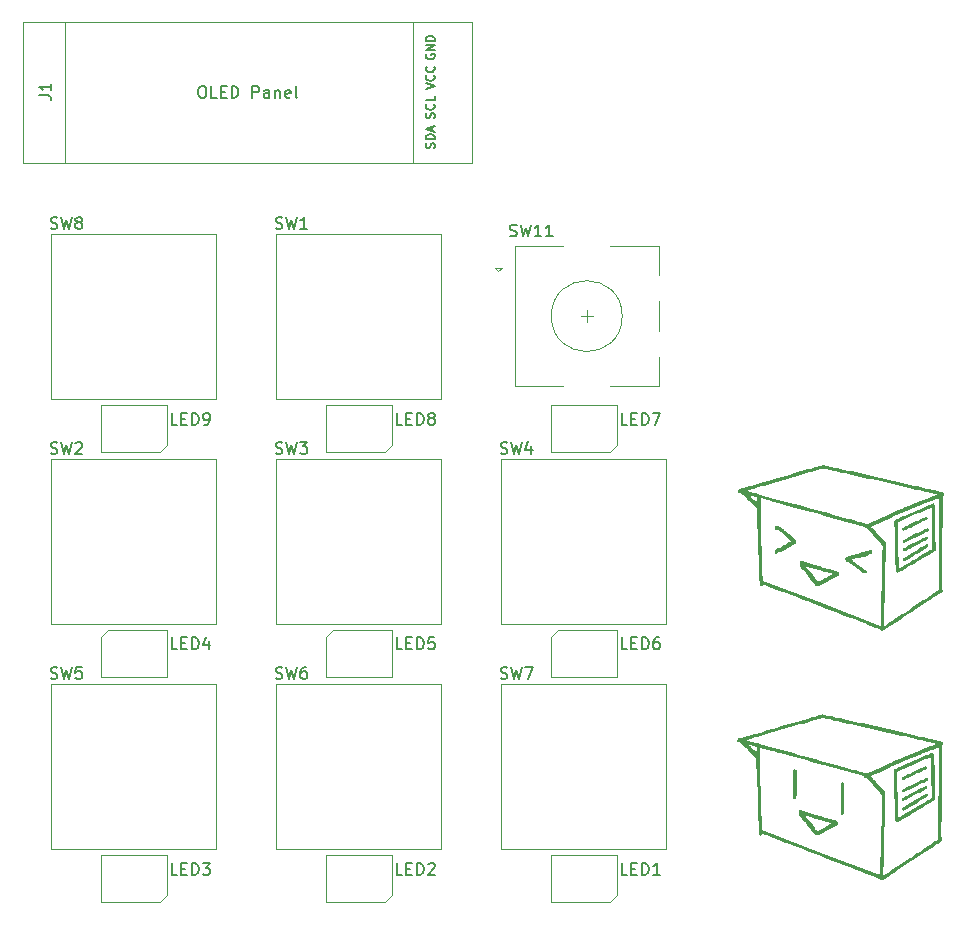
<source format=gbr>
%TF.GenerationSoftware,KiCad,Pcbnew,9.0.2*%
%TF.CreationDate,2025-06-30T15:24:12-07:00*%
%TF.ProjectId,hackpad,6861636b-7061-4642-9e6b-696361645f70,rev?*%
%TF.SameCoordinates,Original*%
%TF.FileFunction,Legend,Top*%
%TF.FilePolarity,Positive*%
%FSLAX46Y46*%
G04 Gerber Fmt 4.6, Leading zero omitted, Abs format (unit mm)*
G04 Created by KiCad (PCBNEW 9.0.2) date 2025-06-30 15:24:12*
%MOMM*%
%LPD*%
G01*
G04 APERTURE LIST*
%ADD10C,0.150000*%
%ADD11C,0.120000*%
%ADD12C,0.000000*%
%ADD13C,0.040000*%
G04 APERTURE END LIST*
D10*
X117980952Y-104454819D02*
X117504762Y-104454819D01*
X117504762Y-104454819D02*
X117504762Y-103454819D01*
X118314286Y-103931009D02*
X118647619Y-103931009D01*
X118790476Y-104454819D02*
X118314286Y-104454819D01*
X118314286Y-104454819D02*
X118314286Y-103454819D01*
X118314286Y-103454819D02*
X118790476Y-103454819D01*
X119219048Y-104454819D02*
X119219048Y-103454819D01*
X119219048Y-103454819D02*
X119457143Y-103454819D01*
X119457143Y-103454819D02*
X119600000Y-103502438D01*
X119600000Y-103502438D02*
X119695238Y-103597676D01*
X119695238Y-103597676D02*
X119742857Y-103692914D01*
X119742857Y-103692914D02*
X119790476Y-103883390D01*
X119790476Y-103883390D02*
X119790476Y-104026247D01*
X119790476Y-104026247D02*
X119742857Y-104216723D01*
X119742857Y-104216723D02*
X119695238Y-104311961D01*
X119695238Y-104311961D02*
X119600000Y-104407200D01*
X119600000Y-104407200D02*
X119457143Y-104454819D01*
X119457143Y-104454819D02*
X119219048Y-104454819D01*
X120123810Y-103454819D02*
X120790476Y-103454819D01*
X120790476Y-103454819D02*
X120361905Y-104454819D01*
X98930952Y-142554819D02*
X98454762Y-142554819D01*
X98454762Y-142554819D02*
X98454762Y-141554819D01*
X99264286Y-142031009D02*
X99597619Y-142031009D01*
X99740476Y-142554819D02*
X99264286Y-142554819D01*
X99264286Y-142554819D02*
X99264286Y-141554819D01*
X99264286Y-141554819D02*
X99740476Y-141554819D01*
X100169048Y-142554819D02*
X100169048Y-141554819D01*
X100169048Y-141554819D02*
X100407143Y-141554819D01*
X100407143Y-141554819D02*
X100550000Y-141602438D01*
X100550000Y-141602438D02*
X100645238Y-141697676D01*
X100645238Y-141697676D02*
X100692857Y-141792914D01*
X100692857Y-141792914D02*
X100740476Y-141983390D01*
X100740476Y-141983390D02*
X100740476Y-142126247D01*
X100740476Y-142126247D02*
X100692857Y-142316723D01*
X100692857Y-142316723D02*
X100645238Y-142411961D01*
X100645238Y-142411961D02*
X100550000Y-142507200D01*
X100550000Y-142507200D02*
X100407143Y-142554819D01*
X100407143Y-142554819D02*
X100169048Y-142554819D01*
X101121429Y-141650057D02*
X101169048Y-141602438D01*
X101169048Y-141602438D02*
X101264286Y-141554819D01*
X101264286Y-141554819D02*
X101502381Y-141554819D01*
X101502381Y-141554819D02*
X101597619Y-141602438D01*
X101597619Y-141602438D02*
X101645238Y-141650057D01*
X101645238Y-141650057D02*
X101692857Y-141745295D01*
X101692857Y-141745295D02*
X101692857Y-141840533D01*
X101692857Y-141840533D02*
X101645238Y-141983390D01*
X101645238Y-141983390D02*
X101073810Y-142554819D01*
X101073810Y-142554819D02*
X101692857Y-142554819D01*
X69166667Y-87807200D02*
X69309524Y-87854819D01*
X69309524Y-87854819D02*
X69547619Y-87854819D01*
X69547619Y-87854819D02*
X69642857Y-87807200D01*
X69642857Y-87807200D02*
X69690476Y-87759580D01*
X69690476Y-87759580D02*
X69738095Y-87664342D01*
X69738095Y-87664342D02*
X69738095Y-87569104D01*
X69738095Y-87569104D02*
X69690476Y-87473866D01*
X69690476Y-87473866D02*
X69642857Y-87426247D01*
X69642857Y-87426247D02*
X69547619Y-87378628D01*
X69547619Y-87378628D02*
X69357143Y-87331009D01*
X69357143Y-87331009D02*
X69261905Y-87283390D01*
X69261905Y-87283390D02*
X69214286Y-87235771D01*
X69214286Y-87235771D02*
X69166667Y-87140533D01*
X69166667Y-87140533D02*
X69166667Y-87045295D01*
X69166667Y-87045295D02*
X69214286Y-86950057D01*
X69214286Y-86950057D02*
X69261905Y-86902438D01*
X69261905Y-86902438D02*
X69357143Y-86854819D01*
X69357143Y-86854819D02*
X69595238Y-86854819D01*
X69595238Y-86854819D02*
X69738095Y-86902438D01*
X70071429Y-86854819D02*
X70309524Y-87854819D01*
X70309524Y-87854819D02*
X70500000Y-87140533D01*
X70500000Y-87140533D02*
X70690476Y-87854819D01*
X70690476Y-87854819D02*
X70928572Y-86854819D01*
X71452381Y-87283390D02*
X71357143Y-87235771D01*
X71357143Y-87235771D02*
X71309524Y-87188152D01*
X71309524Y-87188152D02*
X71261905Y-87092914D01*
X71261905Y-87092914D02*
X71261905Y-87045295D01*
X71261905Y-87045295D02*
X71309524Y-86950057D01*
X71309524Y-86950057D02*
X71357143Y-86902438D01*
X71357143Y-86902438D02*
X71452381Y-86854819D01*
X71452381Y-86854819D02*
X71642857Y-86854819D01*
X71642857Y-86854819D02*
X71738095Y-86902438D01*
X71738095Y-86902438D02*
X71785714Y-86950057D01*
X71785714Y-86950057D02*
X71833333Y-87045295D01*
X71833333Y-87045295D02*
X71833333Y-87092914D01*
X71833333Y-87092914D02*
X71785714Y-87188152D01*
X71785714Y-87188152D02*
X71738095Y-87235771D01*
X71738095Y-87235771D02*
X71642857Y-87283390D01*
X71642857Y-87283390D02*
X71452381Y-87283390D01*
X71452381Y-87283390D02*
X71357143Y-87331009D01*
X71357143Y-87331009D02*
X71309524Y-87378628D01*
X71309524Y-87378628D02*
X71261905Y-87473866D01*
X71261905Y-87473866D02*
X71261905Y-87664342D01*
X71261905Y-87664342D02*
X71309524Y-87759580D01*
X71309524Y-87759580D02*
X71357143Y-87807200D01*
X71357143Y-87807200D02*
X71452381Y-87854819D01*
X71452381Y-87854819D02*
X71642857Y-87854819D01*
X71642857Y-87854819D02*
X71738095Y-87807200D01*
X71738095Y-87807200D02*
X71785714Y-87759580D01*
X71785714Y-87759580D02*
X71833333Y-87664342D01*
X71833333Y-87664342D02*
X71833333Y-87473866D01*
X71833333Y-87473866D02*
X71785714Y-87378628D01*
X71785714Y-87378628D02*
X71738095Y-87331009D01*
X71738095Y-87331009D02*
X71642857Y-87283390D01*
X69166667Y-106857200D02*
X69309524Y-106904819D01*
X69309524Y-106904819D02*
X69547619Y-106904819D01*
X69547619Y-106904819D02*
X69642857Y-106857200D01*
X69642857Y-106857200D02*
X69690476Y-106809580D01*
X69690476Y-106809580D02*
X69738095Y-106714342D01*
X69738095Y-106714342D02*
X69738095Y-106619104D01*
X69738095Y-106619104D02*
X69690476Y-106523866D01*
X69690476Y-106523866D02*
X69642857Y-106476247D01*
X69642857Y-106476247D02*
X69547619Y-106428628D01*
X69547619Y-106428628D02*
X69357143Y-106381009D01*
X69357143Y-106381009D02*
X69261905Y-106333390D01*
X69261905Y-106333390D02*
X69214286Y-106285771D01*
X69214286Y-106285771D02*
X69166667Y-106190533D01*
X69166667Y-106190533D02*
X69166667Y-106095295D01*
X69166667Y-106095295D02*
X69214286Y-106000057D01*
X69214286Y-106000057D02*
X69261905Y-105952438D01*
X69261905Y-105952438D02*
X69357143Y-105904819D01*
X69357143Y-105904819D02*
X69595238Y-105904819D01*
X69595238Y-105904819D02*
X69738095Y-105952438D01*
X70071429Y-105904819D02*
X70309524Y-106904819D01*
X70309524Y-106904819D02*
X70500000Y-106190533D01*
X70500000Y-106190533D02*
X70690476Y-106904819D01*
X70690476Y-106904819D02*
X70928572Y-105904819D01*
X71261905Y-106000057D02*
X71309524Y-105952438D01*
X71309524Y-105952438D02*
X71404762Y-105904819D01*
X71404762Y-105904819D02*
X71642857Y-105904819D01*
X71642857Y-105904819D02*
X71738095Y-105952438D01*
X71738095Y-105952438D02*
X71785714Y-106000057D01*
X71785714Y-106000057D02*
X71833333Y-106095295D01*
X71833333Y-106095295D02*
X71833333Y-106190533D01*
X71833333Y-106190533D02*
X71785714Y-106333390D01*
X71785714Y-106333390D02*
X71214286Y-106904819D01*
X71214286Y-106904819D02*
X71833333Y-106904819D01*
X79880952Y-142554819D02*
X79404762Y-142554819D01*
X79404762Y-142554819D02*
X79404762Y-141554819D01*
X80214286Y-142031009D02*
X80547619Y-142031009D01*
X80690476Y-142554819D02*
X80214286Y-142554819D01*
X80214286Y-142554819D02*
X80214286Y-141554819D01*
X80214286Y-141554819D02*
X80690476Y-141554819D01*
X81119048Y-142554819D02*
X81119048Y-141554819D01*
X81119048Y-141554819D02*
X81357143Y-141554819D01*
X81357143Y-141554819D02*
X81500000Y-141602438D01*
X81500000Y-141602438D02*
X81595238Y-141697676D01*
X81595238Y-141697676D02*
X81642857Y-141792914D01*
X81642857Y-141792914D02*
X81690476Y-141983390D01*
X81690476Y-141983390D02*
X81690476Y-142126247D01*
X81690476Y-142126247D02*
X81642857Y-142316723D01*
X81642857Y-142316723D02*
X81595238Y-142411961D01*
X81595238Y-142411961D02*
X81500000Y-142507200D01*
X81500000Y-142507200D02*
X81357143Y-142554819D01*
X81357143Y-142554819D02*
X81119048Y-142554819D01*
X82023810Y-141554819D02*
X82642857Y-141554819D01*
X82642857Y-141554819D02*
X82309524Y-141935771D01*
X82309524Y-141935771D02*
X82452381Y-141935771D01*
X82452381Y-141935771D02*
X82547619Y-141983390D01*
X82547619Y-141983390D02*
X82595238Y-142031009D01*
X82595238Y-142031009D02*
X82642857Y-142126247D01*
X82642857Y-142126247D02*
X82642857Y-142364342D01*
X82642857Y-142364342D02*
X82595238Y-142459580D01*
X82595238Y-142459580D02*
X82547619Y-142507200D01*
X82547619Y-142507200D02*
X82452381Y-142554819D01*
X82452381Y-142554819D02*
X82166667Y-142554819D01*
X82166667Y-142554819D02*
X82071429Y-142507200D01*
X82071429Y-142507200D02*
X82023810Y-142459580D01*
X107266667Y-106857200D02*
X107409524Y-106904819D01*
X107409524Y-106904819D02*
X107647619Y-106904819D01*
X107647619Y-106904819D02*
X107742857Y-106857200D01*
X107742857Y-106857200D02*
X107790476Y-106809580D01*
X107790476Y-106809580D02*
X107838095Y-106714342D01*
X107838095Y-106714342D02*
X107838095Y-106619104D01*
X107838095Y-106619104D02*
X107790476Y-106523866D01*
X107790476Y-106523866D02*
X107742857Y-106476247D01*
X107742857Y-106476247D02*
X107647619Y-106428628D01*
X107647619Y-106428628D02*
X107457143Y-106381009D01*
X107457143Y-106381009D02*
X107361905Y-106333390D01*
X107361905Y-106333390D02*
X107314286Y-106285771D01*
X107314286Y-106285771D02*
X107266667Y-106190533D01*
X107266667Y-106190533D02*
X107266667Y-106095295D01*
X107266667Y-106095295D02*
X107314286Y-106000057D01*
X107314286Y-106000057D02*
X107361905Y-105952438D01*
X107361905Y-105952438D02*
X107457143Y-105904819D01*
X107457143Y-105904819D02*
X107695238Y-105904819D01*
X107695238Y-105904819D02*
X107838095Y-105952438D01*
X108171429Y-105904819D02*
X108409524Y-106904819D01*
X108409524Y-106904819D02*
X108600000Y-106190533D01*
X108600000Y-106190533D02*
X108790476Y-106904819D01*
X108790476Y-106904819D02*
X109028572Y-105904819D01*
X109838095Y-106238152D02*
X109838095Y-106904819D01*
X109600000Y-105857200D02*
X109361905Y-106571485D01*
X109361905Y-106571485D02*
X109980952Y-106571485D01*
X79880952Y-104454819D02*
X79404762Y-104454819D01*
X79404762Y-104454819D02*
X79404762Y-103454819D01*
X80214286Y-103931009D02*
X80547619Y-103931009D01*
X80690476Y-104454819D02*
X80214286Y-104454819D01*
X80214286Y-104454819D02*
X80214286Y-103454819D01*
X80214286Y-103454819D02*
X80690476Y-103454819D01*
X81119048Y-104454819D02*
X81119048Y-103454819D01*
X81119048Y-103454819D02*
X81357143Y-103454819D01*
X81357143Y-103454819D02*
X81500000Y-103502438D01*
X81500000Y-103502438D02*
X81595238Y-103597676D01*
X81595238Y-103597676D02*
X81642857Y-103692914D01*
X81642857Y-103692914D02*
X81690476Y-103883390D01*
X81690476Y-103883390D02*
X81690476Y-104026247D01*
X81690476Y-104026247D02*
X81642857Y-104216723D01*
X81642857Y-104216723D02*
X81595238Y-104311961D01*
X81595238Y-104311961D02*
X81500000Y-104407200D01*
X81500000Y-104407200D02*
X81357143Y-104454819D01*
X81357143Y-104454819D02*
X81119048Y-104454819D01*
X82166667Y-104454819D02*
X82357143Y-104454819D01*
X82357143Y-104454819D02*
X82452381Y-104407200D01*
X82452381Y-104407200D02*
X82500000Y-104359580D01*
X82500000Y-104359580D02*
X82595238Y-104216723D01*
X82595238Y-104216723D02*
X82642857Y-104026247D01*
X82642857Y-104026247D02*
X82642857Y-103645295D01*
X82642857Y-103645295D02*
X82595238Y-103550057D01*
X82595238Y-103550057D02*
X82547619Y-103502438D01*
X82547619Y-103502438D02*
X82452381Y-103454819D01*
X82452381Y-103454819D02*
X82261905Y-103454819D01*
X82261905Y-103454819D02*
X82166667Y-103502438D01*
X82166667Y-103502438D02*
X82119048Y-103550057D01*
X82119048Y-103550057D02*
X82071429Y-103645295D01*
X82071429Y-103645295D02*
X82071429Y-103883390D01*
X82071429Y-103883390D02*
X82119048Y-103978628D01*
X82119048Y-103978628D02*
X82166667Y-104026247D01*
X82166667Y-104026247D02*
X82261905Y-104073866D01*
X82261905Y-104073866D02*
X82452381Y-104073866D01*
X82452381Y-104073866D02*
X82547619Y-104026247D01*
X82547619Y-104026247D02*
X82595238Y-103978628D01*
X82595238Y-103978628D02*
X82642857Y-103883390D01*
X69166667Y-125907200D02*
X69309524Y-125954819D01*
X69309524Y-125954819D02*
X69547619Y-125954819D01*
X69547619Y-125954819D02*
X69642857Y-125907200D01*
X69642857Y-125907200D02*
X69690476Y-125859580D01*
X69690476Y-125859580D02*
X69738095Y-125764342D01*
X69738095Y-125764342D02*
X69738095Y-125669104D01*
X69738095Y-125669104D02*
X69690476Y-125573866D01*
X69690476Y-125573866D02*
X69642857Y-125526247D01*
X69642857Y-125526247D02*
X69547619Y-125478628D01*
X69547619Y-125478628D02*
X69357143Y-125431009D01*
X69357143Y-125431009D02*
X69261905Y-125383390D01*
X69261905Y-125383390D02*
X69214286Y-125335771D01*
X69214286Y-125335771D02*
X69166667Y-125240533D01*
X69166667Y-125240533D02*
X69166667Y-125145295D01*
X69166667Y-125145295D02*
X69214286Y-125050057D01*
X69214286Y-125050057D02*
X69261905Y-125002438D01*
X69261905Y-125002438D02*
X69357143Y-124954819D01*
X69357143Y-124954819D02*
X69595238Y-124954819D01*
X69595238Y-124954819D02*
X69738095Y-125002438D01*
X70071429Y-124954819D02*
X70309524Y-125954819D01*
X70309524Y-125954819D02*
X70500000Y-125240533D01*
X70500000Y-125240533D02*
X70690476Y-125954819D01*
X70690476Y-125954819D02*
X70928572Y-124954819D01*
X71785714Y-124954819D02*
X71309524Y-124954819D01*
X71309524Y-124954819D02*
X71261905Y-125431009D01*
X71261905Y-125431009D02*
X71309524Y-125383390D01*
X71309524Y-125383390D02*
X71404762Y-125335771D01*
X71404762Y-125335771D02*
X71642857Y-125335771D01*
X71642857Y-125335771D02*
X71738095Y-125383390D01*
X71738095Y-125383390D02*
X71785714Y-125431009D01*
X71785714Y-125431009D02*
X71833333Y-125526247D01*
X71833333Y-125526247D02*
X71833333Y-125764342D01*
X71833333Y-125764342D02*
X71785714Y-125859580D01*
X71785714Y-125859580D02*
X71738095Y-125907200D01*
X71738095Y-125907200D02*
X71642857Y-125954819D01*
X71642857Y-125954819D02*
X71404762Y-125954819D01*
X71404762Y-125954819D02*
X71309524Y-125907200D01*
X71309524Y-125907200D02*
X71261905Y-125859580D01*
X98930952Y-104454819D02*
X98454762Y-104454819D01*
X98454762Y-104454819D02*
X98454762Y-103454819D01*
X99264286Y-103931009D02*
X99597619Y-103931009D01*
X99740476Y-104454819D02*
X99264286Y-104454819D01*
X99264286Y-104454819D02*
X99264286Y-103454819D01*
X99264286Y-103454819D02*
X99740476Y-103454819D01*
X100169048Y-104454819D02*
X100169048Y-103454819D01*
X100169048Y-103454819D02*
X100407143Y-103454819D01*
X100407143Y-103454819D02*
X100550000Y-103502438D01*
X100550000Y-103502438D02*
X100645238Y-103597676D01*
X100645238Y-103597676D02*
X100692857Y-103692914D01*
X100692857Y-103692914D02*
X100740476Y-103883390D01*
X100740476Y-103883390D02*
X100740476Y-104026247D01*
X100740476Y-104026247D02*
X100692857Y-104216723D01*
X100692857Y-104216723D02*
X100645238Y-104311961D01*
X100645238Y-104311961D02*
X100550000Y-104407200D01*
X100550000Y-104407200D02*
X100407143Y-104454819D01*
X100407143Y-104454819D02*
X100169048Y-104454819D01*
X101311905Y-103883390D02*
X101216667Y-103835771D01*
X101216667Y-103835771D02*
X101169048Y-103788152D01*
X101169048Y-103788152D02*
X101121429Y-103692914D01*
X101121429Y-103692914D02*
X101121429Y-103645295D01*
X101121429Y-103645295D02*
X101169048Y-103550057D01*
X101169048Y-103550057D02*
X101216667Y-103502438D01*
X101216667Y-103502438D02*
X101311905Y-103454819D01*
X101311905Y-103454819D02*
X101502381Y-103454819D01*
X101502381Y-103454819D02*
X101597619Y-103502438D01*
X101597619Y-103502438D02*
X101645238Y-103550057D01*
X101645238Y-103550057D02*
X101692857Y-103645295D01*
X101692857Y-103645295D02*
X101692857Y-103692914D01*
X101692857Y-103692914D02*
X101645238Y-103788152D01*
X101645238Y-103788152D02*
X101597619Y-103835771D01*
X101597619Y-103835771D02*
X101502381Y-103883390D01*
X101502381Y-103883390D02*
X101311905Y-103883390D01*
X101311905Y-103883390D02*
X101216667Y-103931009D01*
X101216667Y-103931009D02*
X101169048Y-103978628D01*
X101169048Y-103978628D02*
X101121429Y-104073866D01*
X101121429Y-104073866D02*
X101121429Y-104264342D01*
X101121429Y-104264342D02*
X101169048Y-104359580D01*
X101169048Y-104359580D02*
X101216667Y-104407200D01*
X101216667Y-104407200D02*
X101311905Y-104454819D01*
X101311905Y-104454819D02*
X101502381Y-104454819D01*
X101502381Y-104454819D02*
X101597619Y-104407200D01*
X101597619Y-104407200D02*
X101645238Y-104359580D01*
X101645238Y-104359580D02*
X101692857Y-104264342D01*
X101692857Y-104264342D02*
X101692857Y-104073866D01*
X101692857Y-104073866D02*
X101645238Y-103978628D01*
X101645238Y-103978628D02*
X101597619Y-103931009D01*
X101597619Y-103931009D02*
X101502381Y-103883390D01*
X88216667Y-106857200D02*
X88359524Y-106904819D01*
X88359524Y-106904819D02*
X88597619Y-106904819D01*
X88597619Y-106904819D02*
X88692857Y-106857200D01*
X88692857Y-106857200D02*
X88740476Y-106809580D01*
X88740476Y-106809580D02*
X88788095Y-106714342D01*
X88788095Y-106714342D02*
X88788095Y-106619104D01*
X88788095Y-106619104D02*
X88740476Y-106523866D01*
X88740476Y-106523866D02*
X88692857Y-106476247D01*
X88692857Y-106476247D02*
X88597619Y-106428628D01*
X88597619Y-106428628D02*
X88407143Y-106381009D01*
X88407143Y-106381009D02*
X88311905Y-106333390D01*
X88311905Y-106333390D02*
X88264286Y-106285771D01*
X88264286Y-106285771D02*
X88216667Y-106190533D01*
X88216667Y-106190533D02*
X88216667Y-106095295D01*
X88216667Y-106095295D02*
X88264286Y-106000057D01*
X88264286Y-106000057D02*
X88311905Y-105952438D01*
X88311905Y-105952438D02*
X88407143Y-105904819D01*
X88407143Y-105904819D02*
X88645238Y-105904819D01*
X88645238Y-105904819D02*
X88788095Y-105952438D01*
X89121429Y-105904819D02*
X89359524Y-106904819D01*
X89359524Y-106904819D02*
X89550000Y-106190533D01*
X89550000Y-106190533D02*
X89740476Y-106904819D01*
X89740476Y-106904819D02*
X89978572Y-105904819D01*
X90264286Y-105904819D02*
X90883333Y-105904819D01*
X90883333Y-105904819D02*
X90550000Y-106285771D01*
X90550000Y-106285771D02*
X90692857Y-106285771D01*
X90692857Y-106285771D02*
X90788095Y-106333390D01*
X90788095Y-106333390D02*
X90835714Y-106381009D01*
X90835714Y-106381009D02*
X90883333Y-106476247D01*
X90883333Y-106476247D02*
X90883333Y-106714342D01*
X90883333Y-106714342D02*
X90835714Y-106809580D01*
X90835714Y-106809580D02*
X90788095Y-106857200D01*
X90788095Y-106857200D02*
X90692857Y-106904819D01*
X90692857Y-106904819D02*
X90407143Y-106904819D01*
X90407143Y-106904819D02*
X90311905Y-106857200D01*
X90311905Y-106857200D02*
X90264286Y-106809580D01*
X88216667Y-125907200D02*
X88359524Y-125954819D01*
X88359524Y-125954819D02*
X88597619Y-125954819D01*
X88597619Y-125954819D02*
X88692857Y-125907200D01*
X88692857Y-125907200D02*
X88740476Y-125859580D01*
X88740476Y-125859580D02*
X88788095Y-125764342D01*
X88788095Y-125764342D02*
X88788095Y-125669104D01*
X88788095Y-125669104D02*
X88740476Y-125573866D01*
X88740476Y-125573866D02*
X88692857Y-125526247D01*
X88692857Y-125526247D02*
X88597619Y-125478628D01*
X88597619Y-125478628D02*
X88407143Y-125431009D01*
X88407143Y-125431009D02*
X88311905Y-125383390D01*
X88311905Y-125383390D02*
X88264286Y-125335771D01*
X88264286Y-125335771D02*
X88216667Y-125240533D01*
X88216667Y-125240533D02*
X88216667Y-125145295D01*
X88216667Y-125145295D02*
X88264286Y-125050057D01*
X88264286Y-125050057D02*
X88311905Y-125002438D01*
X88311905Y-125002438D02*
X88407143Y-124954819D01*
X88407143Y-124954819D02*
X88645238Y-124954819D01*
X88645238Y-124954819D02*
X88788095Y-125002438D01*
X89121429Y-124954819D02*
X89359524Y-125954819D01*
X89359524Y-125954819D02*
X89550000Y-125240533D01*
X89550000Y-125240533D02*
X89740476Y-125954819D01*
X89740476Y-125954819D02*
X89978572Y-124954819D01*
X90788095Y-124954819D02*
X90597619Y-124954819D01*
X90597619Y-124954819D02*
X90502381Y-125002438D01*
X90502381Y-125002438D02*
X90454762Y-125050057D01*
X90454762Y-125050057D02*
X90359524Y-125192914D01*
X90359524Y-125192914D02*
X90311905Y-125383390D01*
X90311905Y-125383390D02*
X90311905Y-125764342D01*
X90311905Y-125764342D02*
X90359524Y-125859580D01*
X90359524Y-125859580D02*
X90407143Y-125907200D01*
X90407143Y-125907200D02*
X90502381Y-125954819D01*
X90502381Y-125954819D02*
X90692857Y-125954819D01*
X90692857Y-125954819D02*
X90788095Y-125907200D01*
X90788095Y-125907200D02*
X90835714Y-125859580D01*
X90835714Y-125859580D02*
X90883333Y-125764342D01*
X90883333Y-125764342D02*
X90883333Y-125526247D01*
X90883333Y-125526247D02*
X90835714Y-125431009D01*
X90835714Y-125431009D02*
X90788095Y-125383390D01*
X90788095Y-125383390D02*
X90692857Y-125335771D01*
X90692857Y-125335771D02*
X90502381Y-125335771D01*
X90502381Y-125335771D02*
X90407143Y-125383390D01*
X90407143Y-125383390D02*
X90359524Y-125431009D01*
X90359524Y-125431009D02*
X90311905Y-125526247D01*
X107266667Y-125907200D02*
X107409524Y-125954819D01*
X107409524Y-125954819D02*
X107647619Y-125954819D01*
X107647619Y-125954819D02*
X107742857Y-125907200D01*
X107742857Y-125907200D02*
X107790476Y-125859580D01*
X107790476Y-125859580D02*
X107838095Y-125764342D01*
X107838095Y-125764342D02*
X107838095Y-125669104D01*
X107838095Y-125669104D02*
X107790476Y-125573866D01*
X107790476Y-125573866D02*
X107742857Y-125526247D01*
X107742857Y-125526247D02*
X107647619Y-125478628D01*
X107647619Y-125478628D02*
X107457143Y-125431009D01*
X107457143Y-125431009D02*
X107361905Y-125383390D01*
X107361905Y-125383390D02*
X107314286Y-125335771D01*
X107314286Y-125335771D02*
X107266667Y-125240533D01*
X107266667Y-125240533D02*
X107266667Y-125145295D01*
X107266667Y-125145295D02*
X107314286Y-125050057D01*
X107314286Y-125050057D02*
X107361905Y-125002438D01*
X107361905Y-125002438D02*
X107457143Y-124954819D01*
X107457143Y-124954819D02*
X107695238Y-124954819D01*
X107695238Y-124954819D02*
X107838095Y-125002438D01*
X108171429Y-124954819D02*
X108409524Y-125954819D01*
X108409524Y-125954819D02*
X108600000Y-125240533D01*
X108600000Y-125240533D02*
X108790476Y-125954819D01*
X108790476Y-125954819D02*
X109028572Y-124954819D01*
X109314286Y-124954819D02*
X109980952Y-124954819D01*
X109980952Y-124954819D02*
X109552381Y-125954819D01*
X68194819Y-76558333D02*
X68909104Y-76558333D01*
X68909104Y-76558333D02*
X69051961Y-76605952D01*
X69051961Y-76605952D02*
X69147200Y-76701190D01*
X69147200Y-76701190D02*
X69194819Y-76844047D01*
X69194819Y-76844047D02*
X69194819Y-76939285D01*
X69194819Y-75558333D02*
X69194819Y-76129761D01*
X69194819Y-75844047D02*
X68194819Y-75844047D01*
X68194819Y-75844047D02*
X68337676Y-75939285D01*
X68337676Y-75939285D02*
X68432914Y-76034523D01*
X68432914Y-76034523D02*
X68480533Y-76129761D01*
X81911428Y-75769819D02*
X82101904Y-75769819D01*
X82101904Y-75769819D02*
X82197142Y-75817438D01*
X82197142Y-75817438D02*
X82292380Y-75912676D01*
X82292380Y-75912676D02*
X82339999Y-76103152D01*
X82339999Y-76103152D02*
X82339999Y-76436485D01*
X82339999Y-76436485D02*
X82292380Y-76626961D01*
X82292380Y-76626961D02*
X82197142Y-76722200D01*
X82197142Y-76722200D02*
X82101904Y-76769819D01*
X82101904Y-76769819D02*
X81911428Y-76769819D01*
X81911428Y-76769819D02*
X81816190Y-76722200D01*
X81816190Y-76722200D02*
X81720952Y-76626961D01*
X81720952Y-76626961D02*
X81673333Y-76436485D01*
X81673333Y-76436485D02*
X81673333Y-76103152D01*
X81673333Y-76103152D02*
X81720952Y-75912676D01*
X81720952Y-75912676D02*
X81816190Y-75817438D01*
X81816190Y-75817438D02*
X81911428Y-75769819D01*
X83244761Y-76769819D02*
X82768571Y-76769819D01*
X82768571Y-76769819D02*
X82768571Y-75769819D01*
X83578095Y-76246009D02*
X83911428Y-76246009D01*
X84054285Y-76769819D02*
X83578095Y-76769819D01*
X83578095Y-76769819D02*
X83578095Y-75769819D01*
X83578095Y-75769819D02*
X84054285Y-75769819D01*
X84482857Y-76769819D02*
X84482857Y-75769819D01*
X84482857Y-75769819D02*
X84720952Y-75769819D01*
X84720952Y-75769819D02*
X84863809Y-75817438D01*
X84863809Y-75817438D02*
X84959047Y-75912676D01*
X84959047Y-75912676D02*
X85006666Y-76007914D01*
X85006666Y-76007914D02*
X85054285Y-76198390D01*
X85054285Y-76198390D02*
X85054285Y-76341247D01*
X85054285Y-76341247D02*
X85006666Y-76531723D01*
X85006666Y-76531723D02*
X84959047Y-76626961D01*
X84959047Y-76626961D02*
X84863809Y-76722200D01*
X84863809Y-76722200D02*
X84720952Y-76769819D01*
X84720952Y-76769819D02*
X84482857Y-76769819D01*
X86244762Y-76769819D02*
X86244762Y-75769819D01*
X86244762Y-75769819D02*
X86625714Y-75769819D01*
X86625714Y-75769819D02*
X86720952Y-75817438D01*
X86720952Y-75817438D02*
X86768571Y-75865057D01*
X86768571Y-75865057D02*
X86816190Y-75960295D01*
X86816190Y-75960295D02*
X86816190Y-76103152D01*
X86816190Y-76103152D02*
X86768571Y-76198390D01*
X86768571Y-76198390D02*
X86720952Y-76246009D01*
X86720952Y-76246009D02*
X86625714Y-76293628D01*
X86625714Y-76293628D02*
X86244762Y-76293628D01*
X87673333Y-76769819D02*
X87673333Y-76246009D01*
X87673333Y-76246009D02*
X87625714Y-76150771D01*
X87625714Y-76150771D02*
X87530476Y-76103152D01*
X87530476Y-76103152D02*
X87340000Y-76103152D01*
X87340000Y-76103152D02*
X87244762Y-76150771D01*
X87673333Y-76722200D02*
X87578095Y-76769819D01*
X87578095Y-76769819D02*
X87340000Y-76769819D01*
X87340000Y-76769819D02*
X87244762Y-76722200D01*
X87244762Y-76722200D02*
X87197143Y-76626961D01*
X87197143Y-76626961D02*
X87197143Y-76531723D01*
X87197143Y-76531723D02*
X87244762Y-76436485D01*
X87244762Y-76436485D02*
X87340000Y-76388866D01*
X87340000Y-76388866D02*
X87578095Y-76388866D01*
X87578095Y-76388866D02*
X87673333Y-76341247D01*
X88149524Y-76103152D02*
X88149524Y-76769819D01*
X88149524Y-76198390D02*
X88197143Y-76150771D01*
X88197143Y-76150771D02*
X88292381Y-76103152D01*
X88292381Y-76103152D02*
X88435238Y-76103152D01*
X88435238Y-76103152D02*
X88530476Y-76150771D01*
X88530476Y-76150771D02*
X88578095Y-76246009D01*
X88578095Y-76246009D02*
X88578095Y-76769819D01*
X89435238Y-76722200D02*
X89340000Y-76769819D01*
X89340000Y-76769819D02*
X89149524Y-76769819D01*
X89149524Y-76769819D02*
X89054286Y-76722200D01*
X89054286Y-76722200D02*
X89006667Y-76626961D01*
X89006667Y-76626961D02*
X89006667Y-76246009D01*
X89006667Y-76246009D02*
X89054286Y-76150771D01*
X89054286Y-76150771D02*
X89149524Y-76103152D01*
X89149524Y-76103152D02*
X89340000Y-76103152D01*
X89340000Y-76103152D02*
X89435238Y-76150771D01*
X89435238Y-76150771D02*
X89482857Y-76246009D01*
X89482857Y-76246009D02*
X89482857Y-76341247D01*
X89482857Y-76341247D02*
X89006667Y-76436485D01*
X90054286Y-76769819D02*
X89959048Y-76722200D01*
X89959048Y-76722200D02*
X89911429Y-76626961D01*
X89911429Y-76626961D02*
X89911429Y-75769819D01*
X101643450Y-81035713D02*
X101679164Y-80928571D01*
X101679164Y-80928571D02*
X101679164Y-80749999D01*
X101679164Y-80749999D02*
X101643450Y-80678571D01*
X101643450Y-80678571D02*
X101607735Y-80642856D01*
X101607735Y-80642856D02*
X101536307Y-80607142D01*
X101536307Y-80607142D02*
X101464878Y-80607142D01*
X101464878Y-80607142D02*
X101393450Y-80642856D01*
X101393450Y-80642856D02*
X101357735Y-80678571D01*
X101357735Y-80678571D02*
X101322021Y-80749999D01*
X101322021Y-80749999D02*
X101286307Y-80892856D01*
X101286307Y-80892856D02*
X101250592Y-80964285D01*
X101250592Y-80964285D02*
X101214878Y-80999999D01*
X101214878Y-80999999D02*
X101143450Y-81035713D01*
X101143450Y-81035713D02*
X101072021Y-81035713D01*
X101072021Y-81035713D02*
X101000592Y-80999999D01*
X101000592Y-80999999D02*
X100964878Y-80964285D01*
X100964878Y-80964285D02*
X100929164Y-80892856D01*
X100929164Y-80892856D02*
X100929164Y-80714285D01*
X100929164Y-80714285D02*
X100964878Y-80607142D01*
X101679164Y-80285713D02*
X100929164Y-80285713D01*
X100929164Y-80285713D02*
X100929164Y-80107142D01*
X100929164Y-80107142D02*
X100964878Y-79999999D01*
X100964878Y-79999999D02*
X101036307Y-79928570D01*
X101036307Y-79928570D02*
X101107735Y-79892856D01*
X101107735Y-79892856D02*
X101250592Y-79857142D01*
X101250592Y-79857142D02*
X101357735Y-79857142D01*
X101357735Y-79857142D02*
X101500592Y-79892856D01*
X101500592Y-79892856D02*
X101572021Y-79928570D01*
X101572021Y-79928570D02*
X101643450Y-79999999D01*
X101643450Y-79999999D02*
X101679164Y-80107142D01*
X101679164Y-80107142D02*
X101679164Y-80285713D01*
X101464878Y-79571427D02*
X101464878Y-79214285D01*
X101679164Y-79642856D02*
X100929164Y-79392856D01*
X100929164Y-79392856D02*
X101679164Y-79142856D01*
X100929164Y-76044999D02*
X101679164Y-75794999D01*
X101679164Y-75794999D02*
X100929164Y-75544999D01*
X101607735Y-74866428D02*
X101643450Y-74902142D01*
X101643450Y-74902142D02*
X101679164Y-75009285D01*
X101679164Y-75009285D02*
X101679164Y-75080713D01*
X101679164Y-75080713D02*
X101643450Y-75187856D01*
X101643450Y-75187856D02*
X101572021Y-75259285D01*
X101572021Y-75259285D02*
X101500592Y-75294999D01*
X101500592Y-75294999D02*
X101357735Y-75330713D01*
X101357735Y-75330713D02*
X101250592Y-75330713D01*
X101250592Y-75330713D02*
X101107735Y-75294999D01*
X101107735Y-75294999D02*
X101036307Y-75259285D01*
X101036307Y-75259285D02*
X100964878Y-75187856D01*
X100964878Y-75187856D02*
X100929164Y-75080713D01*
X100929164Y-75080713D02*
X100929164Y-75009285D01*
X100929164Y-75009285D02*
X100964878Y-74902142D01*
X100964878Y-74902142D02*
X101000592Y-74866428D01*
X101607735Y-74116428D02*
X101643450Y-74152142D01*
X101643450Y-74152142D02*
X101679164Y-74259285D01*
X101679164Y-74259285D02*
X101679164Y-74330713D01*
X101679164Y-74330713D02*
X101643450Y-74437856D01*
X101643450Y-74437856D02*
X101572021Y-74509285D01*
X101572021Y-74509285D02*
X101500592Y-74544999D01*
X101500592Y-74544999D02*
X101357735Y-74580713D01*
X101357735Y-74580713D02*
X101250592Y-74580713D01*
X101250592Y-74580713D02*
X101107735Y-74544999D01*
X101107735Y-74544999D02*
X101036307Y-74509285D01*
X101036307Y-74509285D02*
X100964878Y-74437856D01*
X100964878Y-74437856D02*
X100929164Y-74330713D01*
X100929164Y-74330713D02*
X100929164Y-74259285D01*
X100929164Y-74259285D02*
X100964878Y-74152142D01*
X100964878Y-74152142D02*
X101000592Y-74116428D01*
X100964878Y-73076428D02*
X100929164Y-73147857D01*
X100929164Y-73147857D02*
X100929164Y-73254999D01*
X100929164Y-73254999D02*
X100964878Y-73362142D01*
X100964878Y-73362142D02*
X101036307Y-73433571D01*
X101036307Y-73433571D02*
X101107735Y-73469285D01*
X101107735Y-73469285D02*
X101250592Y-73504999D01*
X101250592Y-73504999D02*
X101357735Y-73504999D01*
X101357735Y-73504999D02*
X101500592Y-73469285D01*
X101500592Y-73469285D02*
X101572021Y-73433571D01*
X101572021Y-73433571D02*
X101643450Y-73362142D01*
X101643450Y-73362142D02*
X101679164Y-73254999D01*
X101679164Y-73254999D02*
X101679164Y-73183571D01*
X101679164Y-73183571D02*
X101643450Y-73076428D01*
X101643450Y-73076428D02*
X101607735Y-73040714D01*
X101607735Y-73040714D02*
X101357735Y-73040714D01*
X101357735Y-73040714D02*
X101357735Y-73183571D01*
X101679164Y-72719285D02*
X100929164Y-72719285D01*
X100929164Y-72719285D02*
X101679164Y-72290714D01*
X101679164Y-72290714D02*
X100929164Y-72290714D01*
X101679164Y-71933571D02*
X100929164Y-71933571D01*
X100929164Y-71933571D02*
X100929164Y-71755000D01*
X100929164Y-71755000D02*
X100964878Y-71647857D01*
X100964878Y-71647857D02*
X101036307Y-71576428D01*
X101036307Y-71576428D02*
X101107735Y-71540714D01*
X101107735Y-71540714D02*
X101250592Y-71505000D01*
X101250592Y-71505000D02*
X101357735Y-71505000D01*
X101357735Y-71505000D02*
X101500592Y-71540714D01*
X101500592Y-71540714D02*
X101572021Y-71576428D01*
X101572021Y-71576428D02*
X101643450Y-71647857D01*
X101643450Y-71647857D02*
X101679164Y-71755000D01*
X101679164Y-71755000D02*
X101679164Y-71933571D01*
X101643450Y-78477856D02*
X101679164Y-78370714D01*
X101679164Y-78370714D02*
X101679164Y-78192142D01*
X101679164Y-78192142D02*
X101643450Y-78120714D01*
X101643450Y-78120714D02*
X101607735Y-78084999D01*
X101607735Y-78084999D02*
X101536307Y-78049285D01*
X101536307Y-78049285D02*
X101464878Y-78049285D01*
X101464878Y-78049285D02*
X101393450Y-78084999D01*
X101393450Y-78084999D02*
X101357735Y-78120714D01*
X101357735Y-78120714D02*
X101322021Y-78192142D01*
X101322021Y-78192142D02*
X101286307Y-78334999D01*
X101286307Y-78334999D02*
X101250592Y-78406428D01*
X101250592Y-78406428D02*
X101214878Y-78442142D01*
X101214878Y-78442142D02*
X101143450Y-78477856D01*
X101143450Y-78477856D02*
X101072021Y-78477856D01*
X101072021Y-78477856D02*
X101000592Y-78442142D01*
X101000592Y-78442142D02*
X100964878Y-78406428D01*
X100964878Y-78406428D02*
X100929164Y-78334999D01*
X100929164Y-78334999D02*
X100929164Y-78156428D01*
X100929164Y-78156428D02*
X100964878Y-78049285D01*
X101607735Y-77299285D02*
X101643450Y-77334999D01*
X101643450Y-77334999D02*
X101679164Y-77442142D01*
X101679164Y-77442142D02*
X101679164Y-77513570D01*
X101679164Y-77513570D02*
X101643450Y-77620713D01*
X101643450Y-77620713D02*
X101572021Y-77692142D01*
X101572021Y-77692142D02*
X101500592Y-77727856D01*
X101500592Y-77727856D02*
X101357735Y-77763570D01*
X101357735Y-77763570D02*
X101250592Y-77763570D01*
X101250592Y-77763570D02*
X101107735Y-77727856D01*
X101107735Y-77727856D02*
X101036307Y-77692142D01*
X101036307Y-77692142D02*
X100964878Y-77620713D01*
X100964878Y-77620713D02*
X100929164Y-77513570D01*
X100929164Y-77513570D02*
X100929164Y-77442142D01*
X100929164Y-77442142D02*
X100964878Y-77334999D01*
X100964878Y-77334999D02*
X101000592Y-77299285D01*
X101679164Y-76620713D02*
X101679164Y-76977856D01*
X101679164Y-76977856D02*
X100929164Y-76977856D01*
X117980952Y-123454819D02*
X117504762Y-123454819D01*
X117504762Y-123454819D02*
X117504762Y-122454819D01*
X118314286Y-122931009D02*
X118647619Y-122931009D01*
X118790476Y-123454819D02*
X118314286Y-123454819D01*
X118314286Y-123454819D02*
X118314286Y-122454819D01*
X118314286Y-122454819D02*
X118790476Y-122454819D01*
X119219048Y-123454819D02*
X119219048Y-122454819D01*
X119219048Y-122454819D02*
X119457143Y-122454819D01*
X119457143Y-122454819D02*
X119600000Y-122502438D01*
X119600000Y-122502438D02*
X119695238Y-122597676D01*
X119695238Y-122597676D02*
X119742857Y-122692914D01*
X119742857Y-122692914D02*
X119790476Y-122883390D01*
X119790476Y-122883390D02*
X119790476Y-123026247D01*
X119790476Y-123026247D02*
X119742857Y-123216723D01*
X119742857Y-123216723D02*
X119695238Y-123311961D01*
X119695238Y-123311961D02*
X119600000Y-123407200D01*
X119600000Y-123407200D02*
X119457143Y-123454819D01*
X119457143Y-123454819D02*
X119219048Y-123454819D01*
X120647619Y-122454819D02*
X120457143Y-122454819D01*
X120457143Y-122454819D02*
X120361905Y-122502438D01*
X120361905Y-122502438D02*
X120314286Y-122550057D01*
X120314286Y-122550057D02*
X120219048Y-122692914D01*
X120219048Y-122692914D02*
X120171429Y-122883390D01*
X120171429Y-122883390D02*
X120171429Y-123264342D01*
X120171429Y-123264342D02*
X120219048Y-123359580D01*
X120219048Y-123359580D02*
X120266667Y-123407200D01*
X120266667Y-123407200D02*
X120361905Y-123454819D01*
X120361905Y-123454819D02*
X120552381Y-123454819D01*
X120552381Y-123454819D02*
X120647619Y-123407200D01*
X120647619Y-123407200D02*
X120695238Y-123359580D01*
X120695238Y-123359580D02*
X120742857Y-123264342D01*
X120742857Y-123264342D02*
X120742857Y-123026247D01*
X120742857Y-123026247D02*
X120695238Y-122931009D01*
X120695238Y-122931009D02*
X120647619Y-122883390D01*
X120647619Y-122883390D02*
X120552381Y-122835771D01*
X120552381Y-122835771D02*
X120361905Y-122835771D01*
X120361905Y-122835771D02*
X120266667Y-122883390D01*
X120266667Y-122883390D02*
X120219048Y-122931009D01*
X120219048Y-122931009D02*
X120171429Y-123026247D01*
X108040476Y-88457200D02*
X108183333Y-88504819D01*
X108183333Y-88504819D02*
X108421428Y-88504819D01*
X108421428Y-88504819D02*
X108516666Y-88457200D01*
X108516666Y-88457200D02*
X108564285Y-88409580D01*
X108564285Y-88409580D02*
X108611904Y-88314342D01*
X108611904Y-88314342D02*
X108611904Y-88219104D01*
X108611904Y-88219104D02*
X108564285Y-88123866D01*
X108564285Y-88123866D02*
X108516666Y-88076247D01*
X108516666Y-88076247D02*
X108421428Y-88028628D01*
X108421428Y-88028628D02*
X108230952Y-87981009D01*
X108230952Y-87981009D02*
X108135714Y-87933390D01*
X108135714Y-87933390D02*
X108088095Y-87885771D01*
X108088095Y-87885771D02*
X108040476Y-87790533D01*
X108040476Y-87790533D02*
X108040476Y-87695295D01*
X108040476Y-87695295D02*
X108088095Y-87600057D01*
X108088095Y-87600057D02*
X108135714Y-87552438D01*
X108135714Y-87552438D02*
X108230952Y-87504819D01*
X108230952Y-87504819D02*
X108469047Y-87504819D01*
X108469047Y-87504819D02*
X108611904Y-87552438D01*
X108945238Y-87504819D02*
X109183333Y-88504819D01*
X109183333Y-88504819D02*
X109373809Y-87790533D01*
X109373809Y-87790533D02*
X109564285Y-88504819D01*
X109564285Y-88504819D02*
X109802381Y-87504819D01*
X110707142Y-88504819D02*
X110135714Y-88504819D01*
X110421428Y-88504819D02*
X110421428Y-87504819D01*
X110421428Y-87504819D02*
X110326190Y-87647676D01*
X110326190Y-87647676D02*
X110230952Y-87742914D01*
X110230952Y-87742914D02*
X110135714Y-87790533D01*
X111659523Y-88504819D02*
X111088095Y-88504819D01*
X111373809Y-88504819D02*
X111373809Y-87504819D01*
X111373809Y-87504819D02*
X111278571Y-87647676D01*
X111278571Y-87647676D02*
X111183333Y-87742914D01*
X111183333Y-87742914D02*
X111088095Y-87790533D01*
X117980952Y-142554819D02*
X117504762Y-142554819D01*
X117504762Y-142554819D02*
X117504762Y-141554819D01*
X118314286Y-142031009D02*
X118647619Y-142031009D01*
X118790476Y-142554819D02*
X118314286Y-142554819D01*
X118314286Y-142554819D02*
X118314286Y-141554819D01*
X118314286Y-141554819D02*
X118790476Y-141554819D01*
X119219048Y-142554819D02*
X119219048Y-141554819D01*
X119219048Y-141554819D02*
X119457143Y-141554819D01*
X119457143Y-141554819D02*
X119600000Y-141602438D01*
X119600000Y-141602438D02*
X119695238Y-141697676D01*
X119695238Y-141697676D02*
X119742857Y-141792914D01*
X119742857Y-141792914D02*
X119790476Y-141983390D01*
X119790476Y-141983390D02*
X119790476Y-142126247D01*
X119790476Y-142126247D02*
X119742857Y-142316723D01*
X119742857Y-142316723D02*
X119695238Y-142411961D01*
X119695238Y-142411961D02*
X119600000Y-142507200D01*
X119600000Y-142507200D02*
X119457143Y-142554819D01*
X119457143Y-142554819D02*
X119219048Y-142554819D01*
X120742857Y-142554819D02*
X120171429Y-142554819D01*
X120457143Y-142554819D02*
X120457143Y-141554819D01*
X120457143Y-141554819D02*
X120361905Y-141697676D01*
X120361905Y-141697676D02*
X120266667Y-141792914D01*
X120266667Y-141792914D02*
X120171429Y-141840533D01*
X88216667Y-87807200D02*
X88359524Y-87854819D01*
X88359524Y-87854819D02*
X88597619Y-87854819D01*
X88597619Y-87854819D02*
X88692857Y-87807200D01*
X88692857Y-87807200D02*
X88740476Y-87759580D01*
X88740476Y-87759580D02*
X88788095Y-87664342D01*
X88788095Y-87664342D02*
X88788095Y-87569104D01*
X88788095Y-87569104D02*
X88740476Y-87473866D01*
X88740476Y-87473866D02*
X88692857Y-87426247D01*
X88692857Y-87426247D02*
X88597619Y-87378628D01*
X88597619Y-87378628D02*
X88407143Y-87331009D01*
X88407143Y-87331009D02*
X88311905Y-87283390D01*
X88311905Y-87283390D02*
X88264286Y-87235771D01*
X88264286Y-87235771D02*
X88216667Y-87140533D01*
X88216667Y-87140533D02*
X88216667Y-87045295D01*
X88216667Y-87045295D02*
X88264286Y-86950057D01*
X88264286Y-86950057D02*
X88311905Y-86902438D01*
X88311905Y-86902438D02*
X88407143Y-86854819D01*
X88407143Y-86854819D02*
X88645238Y-86854819D01*
X88645238Y-86854819D02*
X88788095Y-86902438D01*
X89121429Y-86854819D02*
X89359524Y-87854819D01*
X89359524Y-87854819D02*
X89550000Y-87140533D01*
X89550000Y-87140533D02*
X89740476Y-87854819D01*
X89740476Y-87854819D02*
X89978572Y-86854819D01*
X90883333Y-87854819D02*
X90311905Y-87854819D01*
X90597619Y-87854819D02*
X90597619Y-86854819D01*
X90597619Y-86854819D02*
X90502381Y-86997676D01*
X90502381Y-86997676D02*
X90407143Y-87092914D01*
X90407143Y-87092914D02*
X90311905Y-87140533D01*
X79880952Y-123454819D02*
X79404762Y-123454819D01*
X79404762Y-123454819D02*
X79404762Y-122454819D01*
X80214286Y-122931009D02*
X80547619Y-122931009D01*
X80690476Y-123454819D02*
X80214286Y-123454819D01*
X80214286Y-123454819D02*
X80214286Y-122454819D01*
X80214286Y-122454819D02*
X80690476Y-122454819D01*
X81119048Y-123454819D02*
X81119048Y-122454819D01*
X81119048Y-122454819D02*
X81357143Y-122454819D01*
X81357143Y-122454819D02*
X81500000Y-122502438D01*
X81500000Y-122502438D02*
X81595238Y-122597676D01*
X81595238Y-122597676D02*
X81642857Y-122692914D01*
X81642857Y-122692914D02*
X81690476Y-122883390D01*
X81690476Y-122883390D02*
X81690476Y-123026247D01*
X81690476Y-123026247D02*
X81642857Y-123216723D01*
X81642857Y-123216723D02*
X81595238Y-123311961D01*
X81595238Y-123311961D02*
X81500000Y-123407200D01*
X81500000Y-123407200D02*
X81357143Y-123454819D01*
X81357143Y-123454819D02*
X81119048Y-123454819D01*
X82547619Y-122788152D02*
X82547619Y-123454819D01*
X82309524Y-122407200D02*
X82071429Y-123121485D01*
X82071429Y-123121485D02*
X82690476Y-123121485D01*
X98930952Y-123454819D02*
X98454762Y-123454819D01*
X98454762Y-123454819D02*
X98454762Y-122454819D01*
X99264286Y-122931009D02*
X99597619Y-122931009D01*
X99740476Y-123454819D02*
X99264286Y-123454819D01*
X99264286Y-123454819D02*
X99264286Y-122454819D01*
X99264286Y-122454819D02*
X99740476Y-122454819D01*
X100169048Y-123454819D02*
X100169048Y-122454819D01*
X100169048Y-122454819D02*
X100407143Y-122454819D01*
X100407143Y-122454819D02*
X100550000Y-122502438D01*
X100550000Y-122502438D02*
X100645238Y-122597676D01*
X100645238Y-122597676D02*
X100692857Y-122692914D01*
X100692857Y-122692914D02*
X100740476Y-122883390D01*
X100740476Y-122883390D02*
X100740476Y-123026247D01*
X100740476Y-123026247D02*
X100692857Y-123216723D01*
X100692857Y-123216723D02*
X100645238Y-123311961D01*
X100645238Y-123311961D02*
X100550000Y-123407200D01*
X100550000Y-123407200D02*
X100407143Y-123454819D01*
X100407143Y-123454819D02*
X100169048Y-123454819D01*
X101645238Y-122454819D02*
X101169048Y-122454819D01*
X101169048Y-122454819D02*
X101121429Y-122931009D01*
X101121429Y-122931009D02*
X101169048Y-122883390D01*
X101169048Y-122883390D02*
X101264286Y-122835771D01*
X101264286Y-122835771D02*
X101502381Y-122835771D01*
X101502381Y-122835771D02*
X101597619Y-122883390D01*
X101597619Y-122883390D02*
X101645238Y-122931009D01*
X101645238Y-122931009D02*
X101692857Y-123026247D01*
X101692857Y-123026247D02*
X101692857Y-123264342D01*
X101692857Y-123264342D02*
X101645238Y-123359580D01*
X101645238Y-123359580D02*
X101597619Y-123407200D01*
X101597619Y-123407200D02*
X101502381Y-123454819D01*
X101502381Y-123454819D02*
X101264286Y-123454819D01*
X101264286Y-123454819D02*
X101169048Y-123407200D01*
X101169048Y-123407200D02*
X101121429Y-123359580D01*
D11*
%TO.C,LED7*%
X111500000Y-102775000D02*
X111500000Y-106775000D01*
X111500000Y-102775000D02*
X117100000Y-102775000D01*
X111500000Y-106775000D02*
X116500000Y-106775000D01*
X117100000Y-106175000D02*
X116500000Y-106775000D01*
X117100000Y-106175000D02*
X117100000Y-102775000D01*
%TO.C,LED2*%
X92450000Y-140875000D02*
X92450000Y-144875000D01*
X92450000Y-140875000D02*
X98050000Y-140875000D01*
X92450000Y-144875000D02*
X97450000Y-144875000D01*
X98050000Y-144275000D02*
X97450000Y-144875000D01*
X98050000Y-144275000D02*
X98050000Y-140875000D01*
%TO.C,SW8*%
X69215000Y-88265000D02*
X83185000Y-88265000D01*
X69215000Y-102235000D02*
X69215000Y-88265000D01*
X83185000Y-88265000D02*
X83185000Y-102235000D01*
X83185000Y-102235000D02*
X69215000Y-102235000D01*
%TO.C,SW2*%
X69215000Y-107315000D02*
X83185000Y-107315000D01*
X69215000Y-121285000D02*
X69215000Y-107315000D01*
X83185000Y-107315000D02*
X83185000Y-121285000D01*
X83185000Y-121285000D02*
X69215000Y-121285000D01*
%TO.C,LED3*%
X73400000Y-140875000D02*
X73400000Y-144875000D01*
X73400000Y-140875000D02*
X79000000Y-140875000D01*
X73400000Y-144875000D02*
X78400000Y-144875000D01*
X79000000Y-144275000D02*
X78400000Y-144875000D01*
X79000000Y-144275000D02*
X79000000Y-140875000D01*
%TO.C,SW4*%
X107315000Y-107315000D02*
X121285000Y-107315000D01*
X107315000Y-121285000D02*
X107315000Y-107315000D01*
X121285000Y-107315000D02*
X121285000Y-121285000D01*
X121285000Y-121285000D02*
X107315000Y-121285000D01*
%TO.C,LED9*%
X73400000Y-102775000D02*
X73400000Y-106775000D01*
X73400000Y-102775000D02*
X79000000Y-102775000D01*
X73400000Y-106775000D02*
X78400000Y-106775000D01*
X79000000Y-106175000D02*
X78400000Y-106775000D01*
X79000000Y-106175000D02*
X79000000Y-102775000D01*
%TO.C,SW5*%
X69215000Y-126365000D02*
X83185000Y-126365000D01*
X69215000Y-140335000D02*
X69215000Y-126365000D01*
X83185000Y-126365000D02*
X83185000Y-140335000D01*
X83185000Y-140335000D02*
X69215000Y-140335000D01*
D12*
%TO.C,G\u002A\u002A\u002A*%
G36*
X143334702Y-112241141D02*
G01*
X143380989Y-112279691D01*
X143412086Y-112328893D01*
X143418377Y-112359462D01*
X143406775Y-112407625D01*
X143386468Y-112442318D01*
X143364118Y-112457519D01*
X143312343Y-112486424D01*
X143234705Y-112527313D01*
X143134765Y-112578467D01*
X143016083Y-112638165D01*
X142882222Y-112704688D01*
X142736742Y-112776316D01*
X142583205Y-112851330D01*
X142425172Y-112928009D01*
X142266204Y-113004634D01*
X142109862Y-113079485D01*
X141959708Y-113150841D01*
X141819302Y-113216985D01*
X141692206Y-113276194D01*
X141581981Y-113326751D01*
X141492189Y-113366934D01*
X141426390Y-113395025D01*
X141388146Y-113409303D01*
X141381083Y-113410767D01*
X141338772Y-113398244D01*
X141295224Y-113367912D01*
X141293284Y-113366011D01*
X141255923Y-113307843D01*
X141253206Y-113246462D01*
X141280438Y-113193895D01*
X141302804Y-113178656D01*
X141354597Y-113149713D01*
X141432256Y-113108788D01*
X141532217Y-113057601D01*
X141650918Y-112997873D01*
X141784796Y-112931325D01*
X141930290Y-112859676D01*
X142083837Y-112784647D01*
X142241874Y-112707959D01*
X142400839Y-112631332D01*
X142557170Y-112556487D01*
X142707304Y-112485145D01*
X142847679Y-112419025D01*
X142974733Y-112359848D01*
X143084902Y-112309335D01*
X143174626Y-112269206D01*
X143240341Y-112241182D01*
X143278484Y-112226983D01*
X143285445Y-112225556D01*
X143334702Y-112241141D01*
G37*
G36*
X143361803Y-113912206D02*
G01*
X143408178Y-113945932D01*
X143447165Y-114005153D01*
X143450406Y-114067286D01*
X143427817Y-114115900D01*
X143406816Y-114131360D01*
X143356713Y-114161420D01*
X143280978Y-114204280D01*
X143183079Y-114258136D01*
X143066487Y-114321187D01*
X142934671Y-114391631D01*
X142791099Y-114467665D01*
X142639241Y-114547488D01*
X142482566Y-114629298D01*
X142324544Y-114711291D01*
X142168643Y-114791668D01*
X142018334Y-114868624D01*
X141877084Y-114940359D01*
X141748365Y-115005070D01*
X141635644Y-115060954D01*
X141542391Y-115106211D01*
X141472075Y-115139038D01*
X141428166Y-115157633D01*
X141415388Y-115161234D01*
X141374692Y-115148771D01*
X141331884Y-115118565D01*
X141329752Y-115116478D01*
X141292250Y-115058286D01*
X141290627Y-114997280D01*
X141324968Y-114937576D01*
X141326023Y-114936422D01*
X141349647Y-114919925D01*
X141402305Y-114888859D01*
X141480457Y-114845059D01*
X141580567Y-114790360D01*
X141699097Y-114726598D01*
X141832508Y-114655607D01*
X141977265Y-114579222D01*
X142129828Y-114499279D01*
X142286660Y-114417612D01*
X142444223Y-114336057D01*
X142598981Y-114256448D01*
X142747394Y-114180621D01*
X142885926Y-114110411D01*
X143011039Y-114047652D01*
X143119195Y-113994180D01*
X143206857Y-113951829D01*
X143270486Y-113922436D01*
X143306545Y-113907834D01*
X143311287Y-113906636D01*
X143361803Y-113912206D01*
G37*
G36*
X143444159Y-113225771D02*
G01*
X143490360Y-113264295D01*
X143521450Y-113313448D01*
X143527781Y-113344099D01*
X143516188Y-113392261D01*
X143495872Y-113427008D01*
X143473628Y-113442106D01*
X143421904Y-113470971D01*
X143344193Y-113511913D01*
X143243987Y-113563244D01*
X143124779Y-113623275D01*
X142990061Y-113690317D01*
X142843326Y-113762682D01*
X142688066Y-113838681D01*
X142527774Y-113916624D01*
X142365942Y-113994824D01*
X142206064Y-114071591D01*
X142051631Y-114145236D01*
X141906136Y-114214071D01*
X141773071Y-114276408D01*
X141655930Y-114330556D01*
X141558205Y-114374828D01*
X141483388Y-114407535D01*
X141434971Y-114426987D01*
X141417726Y-114431873D01*
X141375284Y-114419344D01*
X141331677Y-114389003D01*
X141329752Y-114387117D01*
X141292397Y-114328963D01*
X141289665Y-114267611D01*
X141316906Y-114215058D01*
X141339150Y-114199960D01*
X141390873Y-114171095D01*
X141468584Y-114130153D01*
X141568790Y-114078822D01*
X141687999Y-114018791D01*
X141822717Y-113951749D01*
X141969452Y-113879384D01*
X142124712Y-113803385D01*
X142285004Y-113725442D01*
X142446835Y-113647242D01*
X142606714Y-113570475D01*
X142761147Y-113496830D01*
X142906642Y-113427995D01*
X143039706Y-113365658D01*
X143156847Y-113311510D01*
X143254573Y-113267238D01*
X143329390Y-113234531D01*
X143377806Y-113215079D01*
X143395052Y-113210193D01*
X143444159Y-113225771D01*
G37*
G36*
X143427590Y-114585566D02*
G01*
X143467955Y-114627453D01*
X143487449Y-114682046D01*
X143479249Y-114741524D01*
X143472430Y-114755607D01*
X143445633Y-114784194D01*
X143391310Y-114826755D01*
X143314053Y-114879988D01*
X143218448Y-114940588D01*
X143199521Y-114952099D01*
X142923169Y-115119057D01*
X142676348Y-115268010D01*
X142457439Y-115399912D01*
X142264820Y-115515717D01*
X142096872Y-115616379D01*
X141951974Y-115702851D01*
X141828505Y-115776086D01*
X141724844Y-115837040D01*
X141639371Y-115886665D01*
X141570465Y-115925916D01*
X141516506Y-115955746D01*
X141475872Y-115977108D01*
X141446944Y-115990958D01*
X141428101Y-115998247D01*
X141418953Y-115999999D01*
X141375592Y-115987436D01*
X141331568Y-115957024D01*
X141329752Y-115955243D01*
X141292249Y-115897049D01*
X141290629Y-115836035D01*
X141324976Y-115776310D01*
X141326023Y-115775166D01*
X141348158Y-115758563D01*
X141398310Y-115725333D01*
X141473152Y-115677492D01*
X141569360Y-115617057D01*
X141683608Y-115546045D01*
X141812570Y-115466472D01*
X141952921Y-115380354D01*
X142101335Y-115289708D01*
X142254487Y-115196552D01*
X142409050Y-115102900D01*
X142561700Y-115010771D01*
X142709110Y-114922179D01*
X142847955Y-114839143D01*
X142974911Y-114763678D01*
X143086650Y-114697801D01*
X143179847Y-114643529D01*
X143251178Y-114602878D01*
X143297315Y-114577865D01*
X143311541Y-114571195D01*
X143373177Y-114564206D01*
X143427590Y-114585566D01*
G37*
G36*
X138528879Y-115044131D02*
G01*
X138551278Y-115056372D01*
X138616708Y-115078670D01*
X138654627Y-115076435D01*
X138687146Y-115071181D01*
X138692449Y-115083219D01*
X138686293Y-115099244D01*
X138675952Y-115137097D01*
X138666838Y-115194952D01*
X138663373Y-115229612D01*
X138660606Y-115285866D01*
X138665232Y-115314751D01*
X138679628Y-115325021D01*
X138689518Y-115325895D01*
X138712184Y-115327981D01*
X138703664Y-115337470D01*
X138687774Y-115346955D01*
X138637266Y-115371363D01*
X138571899Y-115396746D01*
X138505056Y-115418566D01*
X138450119Y-115432286D01*
X138428871Y-115434744D01*
X138388022Y-115452501D01*
X138352370Y-115497486D01*
X138300848Y-115550561D01*
X138219884Y-115589280D01*
X138114249Y-115611910D01*
X138022354Y-115617282D01*
X137908800Y-115627742D01*
X137785969Y-115660209D01*
X137684309Y-115699432D01*
X137587761Y-115722301D01*
X137538436Y-115720276D01*
X137480236Y-115719903D01*
X137393976Y-115729721D01*
X137286359Y-115748898D01*
X137255276Y-115755407D01*
X137167548Y-115774318D01*
X137088790Y-115791300D01*
X137028258Y-115804357D01*
X136997378Y-115811023D01*
X136976555Y-115816879D01*
X136969244Y-115826275D01*
X136978491Y-115844181D01*
X137007340Y-115875568D01*
X137058835Y-115925404D01*
X137079431Y-115944958D01*
X137202402Y-116056369D01*
X137318858Y-116149744D01*
X137443439Y-116236752D01*
X137454908Y-116244252D01*
X137515893Y-116287991D01*
X137583241Y-116342173D01*
X137619014Y-116373684D01*
X137670774Y-116417368D01*
X137741980Y-116472071D01*
X137821299Y-116529253D01*
X137866506Y-116560157D01*
X137936719Y-116608283D01*
X137997240Y-116652055D01*
X138040445Y-116685827D01*
X138056818Y-116701099D01*
X138087631Y-116727082D01*
X138137698Y-116758969D01*
X138169736Y-116776343D01*
X138246460Y-116825509D01*
X138286872Y-116876797D01*
X138290936Y-116930112D01*
X138258618Y-116985360D01*
X138249859Y-116994583D01*
X138188436Y-117031286D01*
X138109913Y-117038817D01*
X138018950Y-117017270D01*
X137957286Y-116988769D01*
X137888896Y-116942086D01*
X137843948Y-116891819D01*
X137838765Y-116882336D01*
X137809614Y-116844214D01*
X137752310Y-116793840D01*
X137665078Y-116729755D01*
X137598667Y-116684797D01*
X137513699Y-116627519D01*
X137433041Y-116571296D01*
X137365017Y-116522053D01*
X137317954Y-116485714D01*
X137312873Y-116481449D01*
X137246289Y-116429251D01*
X137156192Y-116365319D01*
X137051177Y-116295209D01*
X136939841Y-116224479D01*
X136830778Y-116158684D01*
X136732583Y-116103382D01*
X136708139Y-116090499D01*
X136613611Y-116036076D01*
X136529928Y-115977447D01*
X136462537Y-115919360D01*
X136416885Y-115866561D01*
X136398419Y-115823795D01*
X136398277Y-115820497D01*
X136415145Y-115768826D01*
X136462108Y-115714364D01*
X136533705Y-115662422D01*
X136592285Y-115631879D01*
X136680785Y-115595583D01*
X136794938Y-115554506D01*
X136924795Y-115511769D01*
X137060406Y-115470493D01*
X137191822Y-115433801D01*
X137309095Y-115404814D01*
X137332146Y-115399751D01*
X137418599Y-115379423D01*
X137500909Y-115356831D01*
X137566242Y-115335625D01*
X137587423Y-115327179D01*
X137641469Y-115305584D01*
X137718075Y-115278224D01*
X137810250Y-115247260D01*
X137911002Y-115214849D01*
X138013337Y-115183152D01*
X138110265Y-115154328D01*
X138194793Y-115130535D01*
X138259929Y-115113933D01*
X138298681Y-115106680D01*
X138301948Y-115106532D01*
X138348580Y-115097485D01*
X138405419Y-115074868D01*
X138423136Y-115065505D01*
X138468934Y-115041122D01*
X138498997Y-115034367D01*
X138528879Y-115044131D01*
G37*
G36*
X130635084Y-113008955D02*
G01*
X130685955Y-113015675D01*
X130723638Y-113005493D01*
X130760516Y-112995231D01*
X130792965Y-112999560D01*
X130834720Y-113021698D01*
X130858273Y-113037039D01*
X130920524Y-113081690D01*
X130982527Y-113130965D01*
X131001005Y-113146990D01*
X131056840Y-113191429D01*
X131123586Y-113236900D01*
X131150818Y-113253269D01*
X131211210Y-113294567D01*
X131265750Y-113343193D01*
X131284483Y-113364677D01*
X131327269Y-113408348D01*
X131387491Y-113455265D01*
X131433024Y-113484105D01*
X131487480Y-113519459D01*
X131527703Y-113554179D01*
X131543318Y-113577075D01*
X131564336Y-113605254D01*
X131608586Y-113638905D01*
X131646113Y-113660339D01*
X131756697Y-113722033D01*
X131857318Y-113789022D01*
X131939941Y-113855443D01*
X131996532Y-113915431D01*
X131997593Y-113916864D01*
X132032031Y-113959688D01*
X132083710Y-114019091D01*
X132144305Y-114085645D01*
X132180783Y-114124359D01*
X132235624Y-114184108D01*
X132279184Y-114236096D01*
X132306180Y-114273735D01*
X132312385Y-114288465D01*
X132303171Y-114318860D01*
X132281748Y-114365808D01*
X132271358Y-114385544D01*
X132227986Y-114445769D01*
X132162938Y-114504298D01*
X132071302Y-114564997D01*
X131978252Y-114616313D01*
X131906885Y-114658319D01*
X131827050Y-114712611D01*
X131762397Y-114762325D01*
X131689867Y-114817313D01*
X131607978Y-114871453D01*
X131541895Y-114909052D01*
X131464937Y-114950644D01*
X131379168Y-115001064D01*
X131316521Y-115040701D01*
X131201516Y-115116198D01*
X131112023Y-115172628D01*
X131043705Y-115211876D01*
X130992227Y-115235827D01*
X130953252Y-115246368D01*
X130922444Y-115245384D01*
X130895467Y-115234759D01*
X130884965Y-115228356D01*
X130846077Y-115206481D01*
X130819915Y-115197702D01*
X130797919Y-115209035D01*
X130757919Y-115238727D01*
X130709260Y-115279755D01*
X130646166Y-115330961D01*
X130597944Y-115355674D01*
X130556458Y-115355693D01*
X130513567Y-115332814D01*
X130503526Y-115325196D01*
X130476361Y-115298816D01*
X130462537Y-115266706D01*
X130458004Y-115216379D01*
X130457916Y-115184568D01*
X130460450Y-115124062D01*
X130471046Y-115082621D01*
X130496220Y-115045244D01*
X130537031Y-115002372D01*
X130597111Y-114950267D01*
X130646391Y-114926581D01*
X130666794Y-114924182D01*
X130724908Y-114914589D01*
X130801436Y-114888898D01*
X130887278Y-114851714D01*
X130973330Y-114807646D01*
X131050490Y-114761301D01*
X131109655Y-114717285D01*
X131138963Y-114685202D01*
X131161585Y-114667111D01*
X131206782Y-114641749D01*
X131247692Y-114622323D01*
X131314701Y-114587957D01*
X131378333Y-114547757D01*
X131404906Y-114527334D01*
X131468185Y-114480457D01*
X131544253Y-114435186D01*
X131624089Y-114395684D01*
X131698671Y-114366117D01*
X131758977Y-114350646D01*
X131788073Y-114350480D01*
X131828166Y-114353111D01*
X131839770Y-114341195D01*
X131827659Y-114321028D01*
X131794564Y-114280715D01*
X131745345Y-114225842D01*
X131684858Y-114161993D01*
X131675954Y-114152847D01*
X131603165Y-114078012D01*
X131514730Y-113986603D01*
X131420146Y-113888464D01*
X131328908Y-113793436D01*
X131297598Y-113760719D01*
X131207896Y-113668516D01*
X131133661Y-113597314D01*
X131066428Y-113540596D01*
X130997729Y-113491845D01*
X130919099Y-113444547D01*
X130822071Y-113392186D01*
X130811795Y-113386819D01*
X130745533Y-113362502D01*
X130670781Y-113349110D01*
X130654837Y-113348282D01*
X130578527Y-113338377D01*
X130524990Y-113307925D01*
X130483360Y-113250459D01*
X130480133Y-113244336D01*
X130455631Y-113165943D01*
X130463123Y-113093079D01*
X130498740Y-113036141D01*
X130549594Y-112998901D01*
X130599359Y-112994849D01*
X130635084Y-113008955D01*
G37*
G36*
X132882355Y-115995897D02*
G01*
X133039437Y-116035450D01*
X133155270Y-116083395D01*
X133211415Y-116108660D01*
X133259092Y-116124676D01*
X133277449Y-116127637D01*
X133312612Y-116134922D01*
X133366759Y-116153714D01*
X133410251Y-116172004D01*
X133465812Y-116194113D01*
X133551679Y-116224324D01*
X133662968Y-116261167D01*
X133794795Y-116303174D01*
X133942277Y-116348877D01*
X134100530Y-116396805D01*
X134264670Y-116445491D01*
X134429814Y-116493465D01*
X134591076Y-116539259D01*
X134743575Y-116581403D01*
X134882425Y-116618430D01*
X134963653Y-116639209D01*
X135075395Y-116667651D01*
X135199484Y-116699971D01*
X135318077Y-116731491D01*
X135386288Y-116750028D01*
X135478463Y-116775408D01*
X135568491Y-116800200D01*
X135644192Y-116821052D01*
X135682591Y-116831633D01*
X135741638Y-116851354D01*
X135771233Y-116871497D01*
X135778320Y-116892765D01*
X135791688Y-116921768D01*
X135828463Y-116933282D01*
X135854702Y-116938128D01*
X135870137Y-116950653D01*
X135878204Y-116979157D01*
X135882335Y-117031941D01*
X135883883Y-117067211D01*
X135889159Y-117195370D01*
X135815936Y-117249551D01*
X135773687Y-117283267D01*
X135747020Y-117309261D01*
X135742283Y-117317408D01*
X135725864Y-117326257D01*
X135685705Y-117331033D01*
X135673474Y-117331291D01*
X135634131Y-117339846D01*
X135568676Y-117363516D01*
X135482776Y-117399525D01*
X135382099Y-117445101D01*
X135272313Y-117497468D01*
X135159086Y-117553854D01*
X135048084Y-117611484D01*
X134944976Y-117667584D01*
X134855428Y-117719380D01*
X134785110Y-117764099D01*
X134775448Y-117770817D01*
X134709085Y-117814687D01*
X134622702Y-117867498D01*
X134528830Y-117921753D01*
X134461211Y-117958798D01*
X134384684Y-118000417D01*
X134320364Y-118037077D01*
X134274934Y-118064853D01*
X134255078Y-118079817D01*
X134255002Y-118079934D01*
X134232987Y-118087992D01*
X134184171Y-118093979D01*
X134118209Y-118096818D01*
X134103223Y-118096912D01*
X133961937Y-118096912D01*
X133899167Y-118013362D01*
X133856205Y-117955504D01*
X133803328Y-117883350D01*
X133751809Y-117812284D01*
X133750665Y-117810696D01*
X133693335Y-117735571D01*
X133624932Y-117652418D01*
X133560116Y-117579049D01*
X133559208Y-117578073D01*
X133491556Y-117502692D01*
X133423441Y-117422003D01*
X133359159Y-117341650D01*
X133303006Y-117267280D01*
X133259275Y-117204538D01*
X133232262Y-117159067D01*
X133225556Y-117139528D01*
X133214358Y-117112086D01*
X133184655Y-117066265D01*
X133142284Y-117010844D01*
X133130696Y-116996873D01*
X133075765Y-116933996D01*
X133009139Y-116861267D01*
X132935318Y-116783206D01*
X132858800Y-116704332D01*
X132784084Y-116629167D01*
X132715669Y-116562230D01*
X132658054Y-116508041D01*
X132615739Y-116471121D01*
X132593223Y-116455991D01*
X132592209Y-116455850D01*
X132579709Y-116443902D01*
X132572286Y-116405253D01*
X132571525Y-116387690D01*
X133056593Y-116387690D01*
X133066793Y-116403439D01*
X133090064Y-116432293D01*
X133128301Y-116476387D01*
X133183399Y-116537851D01*
X133257251Y-116618818D01*
X133351751Y-116721422D01*
X133468795Y-116847795D01*
X133508721Y-116890804D01*
X133606636Y-116998037D01*
X133683323Y-117086706D01*
X133743945Y-117163414D01*
X133793665Y-117234765D01*
X133837647Y-117307363D01*
X133845850Y-117321966D01*
X133903277Y-117420668D01*
X133964509Y-117518108D01*
X134023686Y-117605472D01*
X134074951Y-117673946D01*
X134096760Y-117699404D01*
X134142321Y-117748630D01*
X134281103Y-117673869D01*
X134365725Y-117625618D01*
X134456751Y-117569576D01*
X134535144Y-117517484D01*
X134538406Y-117515182D01*
X134590876Y-117481511D01*
X134669206Y-117435772D01*
X134766441Y-117381806D01*
X134875624Y-117323452D01*
X134989801Y-117264551D01*
X135018755Y-117249967D01*
X135380583Y-117068677D01*
X135228446Y-117027064D01*
X135155194Y-117007355D01*
X135057551Y-116981548D01*
X134946475Y-116952516D01*
X134832921Y-116923131D01*
X134792159Y-116912664D01*
X134640633Y-116872958D01*
X134476521Y-116828377D01*
X134304423Y-116780301D01*
X134128939Y-116730108D01*
X133954667Y-116679177D01*
X133786206Y-116628887D01*
X133628156Y-116580618D01*
X133485116Y-116535747D01*
X133361685Y-116495654D01*
X133262462Y-116461717D01*
X133192047Y-116435317D01*
X133173209Y-116427280D01*
X133117567Y-116403349D01*
X133074724Y-116387240D01*
X133057570Y-116382914D01*
X133056593Y-116387690D01*
X132571525Y-116387690D01*
X132569274Y-116335699D01*
X132569131Y-116309978D01*
X132571264Y-116237738D01*
X132577086Y-116186974D01*
X132585734Y-116164592D01*
X132587365Y-116164105D01*
X132597767Y-116147706D01*
X132604369Y-116105776D01*
X132605599Y-116072935D01*
X132605599Y-115981765D01*
X132726047Y-115981765D01*
X132882355Y-115995897D01*
G37*
G36*
X143925362Y-111112419D02*
G01*
X143974376Y-111163334D01*
X144007602Y-111235865D01*
X144012450Y-111254519D01*
X144016845Y-111280778D01*
X144020844Y-111316788D01*
X144024503Y-111364699D01*
X144027876Y-111426658D01*
X144031021Y-111504814D01*
X144033993Y-111601315D01*
X144036846Y-111718310D01*
X144039639Y-111857947D01*
X144042425Y-112022373D01*
X144045261Y-112213737D01*
X144048202Y-112434189D01*
X144051305Y-112685875D01*
X144054625Y-112970944D01*
X144056153Y-113106057D01*
X144060171Y-113447457D01*
X144064158Y-113752711D01*
X144068121Y-114022138D01*
X144072067Y-114256061D01*
X144076002Y-114454799D01*
X144079934Y-114618674D01*
X144083871Y-114748007D01*
X144087818Y-114843119D01*
X144091783Y-114904330D01*
X144095772Y-114931962D01*
X144096032Y-114932602D01*
X144107391Y-114997741D01*
X144085051Y-115060823D01*
X144042894Y-115105920D01*
X144012997Y-115126228D01*
X143955313Y-115162797D01*
X143872422Y-115214098D01*
X143766903Y-115278599D01*
X143641335Y-115354772D01*
X143498299Y-115441084D01*
X143340374Y-115536005D01*
X143170138Y-115638006D01*
X142990172Y-115745556D01*
X142803054Y-115857124D01*
X142611365Y-115971180D01*
X142417684Y-116086193D01*
X142224590Y-116200634D01*
X142034663Y-116312971D01*
X141850482Y-116421674D01*
X141674627Y-116525214D01*
X141509676Y-116622058D01*
X141358211Y-116710678D01*
X141222809Y-116789542D01*
X141106051Y-116857121D01*
X141010515Y-116911883D01*
X140938782Y-116952298D01*
X140893431Y-116976837D01*
X140877334Y-116984082D01*
X140829081Y-116974809D01*
X140806225Y-116964870D01*
X140778058Y-116937379D01*
X140746832Y-116891514D01*
X140738128Y-116875531D01*
X140732452Y-116863102D01*
X140727284Y-116847801D01*
X140722534Y-116827557D01*
X140718113Y-116800299D01*
X140713929Y-116763957D01*
X140709893Y-116716462D01*
X140705915Y-116655741D01*
X140701905Y-116579726D01*
X140697772Y-116486345D01*
X140693427Y-116373528D01*
X140688779Y-116239205D01*
X140683739Y-116081305D01*
X140678216Y-115897759D01*
X140672120Y-115686494D01*
X140665361Y-115445442D01*
X140657849Y-115172532D01*
X140649494Y-114865692D01*
X140647530Y-114793271D01*
X140640250Y-114523421D01*
X140633279Y-114262405D01*
X140626680Y-114012703D01*
X140620515Y-113776794D01*
X140614847Y-113557159D01*
X140609737Y-113356277D01*
X140605249Y-113176627D01*
X140601445Y-113020690D01*
X140598387Y-112890945D01*
X140596138Y-112789873D01*
X140594894Y-112726694D01*
X140869793Y-112726694D01*
X140870454Y-112778547D01*
X140871992Y-112860937D01*
X140874328Y-112970908D01*
X140877385Y-113105501D01*
X140881084Y-113261757D01*
X140885347Y-113436721D01*
X140890096Y-113627432D01*
X140895251Y-113830935D01*
X140900736Y-114044270D01*
X140906472Y-114264480D01*
X140912380Y-114488607D01*
X140918382Y-114713694D01*
X140924400Y-114936782D01*
X140930356Y-115154914D01*
X140936172Y-115365132D01*
X140941769Y-115564478D01*
X140947068Y-115749993D01*
X140951993Y-115918722D01*
X140956463Y-116067704D01*
X140960402Y-116193983D01*
X140963731Y-116294601D01*
X140966372Y-116366600D01*
X140967676Y-116396533D01*
X140972771Y-116481179D01*
X140978684Y-116550043D01*
X140984708Y-116596417D01*
X140990137Y-116613594D01*
X140990526Y-116613505D01*
X141007578Y-116603407D01*
X141053674Y-116575913D01*
X141126571Y-116532368D01*
X141224025Y-116474111D01*
X141343794Y-116402485D01*
X141483634Y-116318832D01*
X141641303Y-116224493D01*
X141814556Y-116120811D01*
X142001152Y-116009127D01*
X142198847Y-115890783D01*
X142397272Y-115771986D01*
X142603350Y-115648591D01*
X142800356Y-115530612D01*
X142986058Y-115419386D01*
X143158229Y-115316248D01*
X143314640Y-115222535D01*
X143453060Y-115139582D01*
X143571262Y-115068725D01*
X143667015Y-115011300D01*
X143738091Y-114968642D01*
X143782261Y-114942089D01*
X143797287Y-114932983D01*
X143798069Y-114914483D01*
X143798362Y-114862571D01*
X143798204Y-114780299D01*
X143797629Y-114670718D01*
X143796676Y-114536881D01*
X143795380Y-114381839D01*
X143793779Y-114208645D01*
X143791909Y-114020350D01*
X143789807Y-113820006D01*
X143787509Y-113610666D01*
X143785052Y-113395381D01*
X143782472Y-113177204D01*
X143779806Y-112959185D01*
X143777092Y-112744378D01*
X143774364Y-112535834D01*
X143771661Y-112336605D01*
X143769019Y-112149743D01*
X143766474Y-111978300D01*
X143764062Y-111825328D01*
X143761822Y-111693879D01*
X143759788Y-111587004D01*
X143757999Y-111507757D01*
X143756490Y-111459188D01*
X143755415Y-111444239D01*
X143738457Y-111450618D01*
X143691070Y-111470426D01*
X143616194Y-111502374D01*
X143516766Y-111545176D01*
X143395725Y-111597543D01*
X143256009Y-111658190D01*
X143100558Y-111725827D01*
X142932310Y-111799168D01*
X142754203Y-111876925D01*
X142569176Y-111957811D01*
X142380167Y-112040539D01*
X142190115Y-112123820D01*
X142001959Y-112206369D01*
X141818637Y-112286896D01*
X141643087Y-112364115D01*
X141478249Y-112436739D01*
X141327061Y-112503479D01*
X141192461Y-112563049D01*
X141077388Y-112614161D01*
X140984781Y-112655528D01*
X140917577Y-112685862D01*
X140878716Y-112703876D01*
X140870087Y-112708337D01*
X140869793Y-112726694D01*
X140594894Y-112726694D01*
X140594761Y-112719952D01*
X140594317Y-112683662D01*
X140594333Y-112681430D01*
X140599349Y-112602796D01*
X140615107Y-112550089D01*
X140646481Y-112513240D01*
X140688372Y-112487229D01*
X140726077Y-112468994D01*
X140792716Y-112438237D01*
X140885459Y-112396196D01*
X141001477Y-112344113D01*
X141137941Y-112283226D01*
X141292022Y-112214775D01*
X141460892Y-112140000D01*
X141641721Y-112060141D01*
X141831679Y-111976437D01*
X142027939Y-111890127D01*
X142227671Y-111802451D01*
X142428046Y-111714650D01*
X142626234Y-111627962D01*
X142819408Y-111543627D01*
X143004737Y-111462885D01*
X143179394Y-111386976D01*
X143340548Y-111317139D01*
X143485371Y-111254613D01*
X143611033Y-111200639D01*
X143714707Y-111156455D01*
X143793562Y-111123302D01*
X143844769Y-111102420D01*
X143865501Y-111095047D01*
X143865561Y-111095046D01*
X143925362Y-111112419D01*
G37*
G36*
X134562090Y-107859080D02*
G01*
X134619559Y-107870126D01*
X134709065Y-107888583D01*
X134828860Y-107914055D01*
X134977196Y-107946141D01*
X135152326Y-107984445D01*
X135352503Y-108028567D01*
X135575978Y-108078109D01*
X135821004Y-108132673D01*
X136085834Y-108191860D01*
X136368719Y-108255272D01*
X136667912Y-108322511D01*
X136981666Y-108393178D01*
X137308232Y-108466875D01*
X137645863Y-108543204D01*
X137992812Y-108621766D01*
X138347330Y-108702162D01*
X138707671Y-108783995D01*
X139072086Y-108866866D01*
X139438827Y-108950376D01*
X139806148Y-109034128D01*
X140172300Y-109117723D01*
X140535537Y-109200762D01*
X140894109Y-109282847D01*
X141246270Y-109363580D01*
X141590272Y-109442562D01*
X141924367Y-109519395D01*
X142246807Y-109593681D01*
X142555846Y-109665021D01*
X142849735Y-109733017D01*
X143126726Y-109797271D01*
X143385072Y-109857383D01*
X143623026Y-109912956D01*
X143838839Y-109963592D01*
X144030765Y-110008891D01*
X144197055Y-110048457D01*
X144335961Y-110081889D01*
X144445737Y-110108790D01*
X144524634Y-110128762D01*
X144570904Y-110141406D01*
X144582412Y-110145375D01*
X144644232Y-110169420D01*
X144706507Y-110182531D01*
X144721384Y-110183345D01*
X144785929Y-110183345D01*
X144785929Y-110308056D01*
X144784835Y-110374878D01*
X144779571Y-110414741D01*
X144767162Y-110437133D01*
X144744637Y-110451542D01*
X144740344Y-110453537D01*
X144703285Y-110484586D01*
X144694451Y-110524842D01*
X144694257Y-110547722D01*
X144693744Y-110605365D01*
X144692928Y-110696066D01*
X144691824Y-110818120D01*
X144690449Y-110969825D01*
X144688817Y-111149475D01*
X144686945Y-111355365D01*
X144684847Y-111585793D01*
X144682539Y-111839054D01*
X144680037Y-112113443D01*
X144677356Y-112407257D01*
X144674512Y-112718790D01*
X144671520Y-113046340D01*
X144668397Y-113388201D01*
X144665156Y-113742669D01*
X144661815Y-114108041D01*
X144658703Y-114448146D01*
X144654659Y-114890446D01*
X144650951Y-115297741D01*
X144647579Y-115671493D01*
X144644544Y-116013163D01*
X144641845Y-116324213D01*
X144639483Y-116606105D01*
X144637457Y-116860301D01*
X144635769Y-117088262D01*
X144634417Y-117291449D01*
X144633403Y-117471324D01*
X144632725Y-117629350D01*
X144632385Y-117766987D01*
X144632383Y-117885698D01*
X144632718Y-117986943D01*
X144633390Y-118072186D01*
X144634401Y-118142886D01*
X144635749Y-118200506D01*
X144637435Y-118246508D01*
X144639459Y-118282353D01*
X144641822Y-118309503D01*
X144644523Y-118329419D01*
X144647562Y-118343564D01*
X144650940Y-118353398D01*
X144654657Y-118360384D01*
X144658713Y-118365982D01*
X144659011Y-118366362D01*
X144686213Y-118411726D01*
X144691166Y-118457137D01*
X144672743Y-118511321D01*
X144631370Y-118580670D01*
X144585609Y-118643701D01*
X144546894Y-118680061D01*
X144506790Y-118696099D01*
X144474650Y-118698635D01*
X144455804Y-118708563D01*
X144408258Y-118737627D01*
X144333665Y-118784746D01*
X144233676Y-118848838D01*
X144109942Y-118928824D01*
X143964117Y-119023621D01*
X143797850Y-119132150D01*
X143612795Y-119253328D01*
X143410604Y-119386076D01*
X143192927Y-119529312D01*
X142961417Y-119681955D01*
X142717726Y-119842925D01*
X142463505Y-120011140D01*
X142200406Y-120185520D01*
X142053398Y-120283079D01*
X141785987Y-120460591D01*
X141526526Y-120632766D01*
X141276670Y-120798508D01*
X141038076Y-120956721D01*
X140812400Y-121106309D01*
X140601300Y-121246174D01*
X140406430Y-121375221D01*
X140229448Y-121492354D01*
X140072010Y-121596475D01*
X139935773Y-121686488D01*
X139822392Y-121761297D01*
X139733525Y-121819806D01*
X139670827Y-121860918D01*
X139635955Y-121883537D01*
X139629281Y-121887673D01*
X139563568Y-121906671D01*
X139503249Y-121889705D01*
X139469882Y-121863068D01*
X139439440Y-121825931D01*
X139425258Y-121795438D01*
X139425125Y-121793383D01*
X139408101Y-121784107D01*
X139357146Y-121761989D01*
X139272435Y-121727098D01*
X139154143Y-121679502D01*
X139002446Y-121619268D01*
X138817520Y-121546465D01*
X138599539Y-121461160D01*
X138348679Y-121363423D01*
X138065115Y-121253320D01*
X137749024Y-121130921D01*
X137400579Y-120996292D01*
X137019957Y-120849502D01*
X136607333Y-120690620D01*
X136162882Y-120519713D01*
X135686779Y-120336849D01*
X135179201Y-120142096D01*
X134640322Y-119935523D01*
X134454437Y-119864306D01*
X134045145Y-119707516D01*
X133644679Y-119554107D01*
X133254377Y-119404591D01*
X132875577Y-119259482D01*
X132509618Y-119119292D01*
X132157839Y-118984534D01*
X131821579Y-118855720D01*
X131502177Y-118733364D01*
X131200970Y-118617978D01*
X130919299Y-118510076D01*
X130658500Y-118410169D01*
X130419915Y-118318772D01*
X130204880Y-118236396D01*
X130014734Y-118163555D01*
X129850817Y-118100761D01*
X129714467Y-118048527D01*
X129607023Y-118007367D01*
X129529823Y-117977792D01*
X129484207Y-117960316D01*
X129471269Y-117955359D01*
X129458384Y-117967437D01*
X129443234Y-118003326D01*
X129441275Y-118009665D01*
X129408884Y-118067341D01*
X129358907Y-118101754D01*
X129301075Y-118111068D01*
X129245118Y-118093444D01*
X129205187Y-118054244D01*
X129201548Y-118044530D01*
X129197889Y-118025529D01*
X129194150Y-117995745D01*
X129190270Y-117953679D01*
X129186189Y-117897835D01*
X129181844Y-117826714D01*
X129177176Y-117738820D01*
X129172124Y-117632654D01*
X129166626Y-117506719D01*
X129160622Y-117359518D01*
X129154052Y-117189553D01*
X129146854Y-116995326D01*
X129138967Y-116775341D01*
X129130332Y-116528098D01*
X129120886Y-116252102D01*
X129110569Y-115945854D01*
X129099320Y-115607857D01*
X129087079Y-115236613D01*
X129073785Y-114830626D01*
X129071841Y-114771098D01*
X128972622Y-111730686D01*
X129260551Y-111730686D01*
X129261435Y-111825281D01*
X129263462Y-111948364D01*
X129266651Y-112100714D01*
X129271021Y-112283109D01*
X129276594Y-112496329D01*
X129283388Y-112741152D01*
X129291424Y-113018357D01*
X129300721Y-113328722D01*
X129311298Y-113673027D01*
X129323176Y-114052050D01*
X129336374Y-114466570D01*
X129339389Y-114560473D01*
X129349872Y-114886307D01*
X129360079Y-115202887D01*
X129369944Y-115508232D01*
X129379403Y-115800361D01*
X129388391Y-116077293D01*
X129396842Y-116337046D01*
X129404692Y-116577641D01*
X129411877Y-116797095D01*
X129418331Y-116993428D01*
X129423989Y-117164659D01*
X129428787Y-117308807D01*
X129432660Y-117423890D01*
X129435544Y-117507929D01*
X129437372Y-117558941D01*
X129438003Y-117574173D01*
X129441995Y-117644039D01*
X134429002Y-119554062D01*
X139416008Y-121464085D01*
X139429016Y-121362301D01*
X139431205Y-121330468D01*
X139434141Y-121264696D01*
X139437750Y-121167506D01*
X139441960Y-121041415D01*
X139446698Y-120888946D01*
X139451892Y-120712617D01*
X139457469Y-120514948D01*
X139463356Y-120298460D01*
X139469482Y-120065671D01*
X139475772Y-119819103D01*
X139482156Y-119561274D01*
X139488407Y-119301140D01*
X139496044Y-118985424D01*
X139503449Y-118692983D01*
X139510580Y-118425122D01*
X139517394Y-118183151D01*
X139523848Y-117968375D01*
X139529899Y-117782104D01*
X139535506Y-117625643D01*
X139540624Y-117500301D01*
X139545213Y-117407384D01*
X139549228Y-117348202D01*
X139552628Y-117324060D01*
X139552894Y-117323660D01*
X139557488Y-117300840D01*
X139561541Y-117243142D01*
X139565018Y-117152153D01*
X139567882Y-117029459D01*
X139570095Y-116876647D01*
X139571621Y-116695304D01*
X139572425Y-116487017D01*
X139572447Y-116474996D01*
X139573091Y-116281354D01*
X139574315Y-116079695D01*
X139576041Y-115877060D01*
X139578188Y-115680491D01*
X139580677Y-115497031D01*
X139583428Y-115333721D01*
X139586361Y-115197603D01*
X139587317Y-115161234D01*
X139591213Y-115004897D01*
X139593202Y-114881906D01*
X139593235Y-114789186D01*
X139591263Y-114723664D01*
X139587236Y-114682265D01*
X139581104Y-114661914D01*
X139579288Y-114659798D01*
X139557984Y-114635419D01*
X139525044Y-114591201D01*
X139496849Y-114550394D01*
X139455838Y-114494504D01*
X139399481Y-114424688D01*
X139337807Y-114353218D01*
X139316529Y-114329766D01*
X139257615Y-114265171D01*
X139183872Y-114183311D01*
X139104452Y-114094395D01*
X139028507Y-114008629D01*
X139023977Y-114003484D01*
X138949653Y-113919412D01*
X138872352Y-113832608D01*
X138800810Y-113752849D01*
X138743767Y-113689911D01*
X138739745Y-113685517D01*
X138685596Y-113624904D01*
X138637751Y-113568642D01*
X138604161Y-113526170D01*
X138597221Y-113516275D01*
X138566343Y-113482502D01*
X138514929Y-113439145D01*
X138453783Y-113395269D01*
X138450209Y-113392927D01*
X138379893Y-113341212D01*
X138330690Y-113292804D01*
X138312806Y-113264790D01*
X138296838Y-113234274D01*
X138274062Y-113217593D01*
X138233537Y-113209641D01*
X138187912Y-113206489D01*
X138129475Y-113202435D01*
X138097829Y-113194249D01*
X138083337Y-113176057D01*
X138076361Y-113141988D01*
X138075807Y-113138180D01*
X138069400Y-113093980D01*
X138618141Y-113093980D01*
X138711861Y-113154119D01*
X138770763Y-113197230D01*
X138822395Y-113244029D01*
X138845937Y-113271487D01*
X138877089Y-113311637D01*
X138924437Y-113368077D01*
X138979249Y-113430478D01*
X138996162Y-113449166D01*
X139051087Y-113509873D01*
X139121356Y-113588251D01*
X139198263Y-113674555D01*
X139273101Y-113759041D01*
X139279253Y-113766013D01*
X139357820Y-113854664D01*
X139443424Y-113950558D01*
X139525685Y-114042106D01*
X139593790Y-114117241D01*
X139649720Y-114179679D01*
X139695192Y-114232647D01*
X139725270Y-114270245D01*
X139735104Y-114286176D01*
X139750526Y-114300622D01*
X139780458Y-114311664D01*
X139824623Y-114335401D01*
X139854481Y-114366801D01*
X139857950Y-114374361D01*
X139860988Y-114386853D01*
X139863571Y-114405825D01*
X139865675Y-114432826D01*
X139867275Y-114469404D01*
X139868345Y-114517110D01*
X139868863Y-114577491D01*
X139868803Y-114652095D01*
X139868142Y-114742473D01*
X139866853Y-114850172D01*
X139864913Y-114976742D01*
X139862298Y-115123730D01*
X139858983Y-115292687D01*
X139854943Y-115485160D01*
X139850154Y-115702698D01*
X139844592Y-115946850D01*
X139838231Y-116219166D01*
X139831048Y-116521192D01*
X139823018Y-116854479D01*
X139814116Y-117220575D01*
X139804318Y-117621029D01*
X139800620Y-117771716D01*
X139792007Y-118122008D01*
X139783571Y-118464209D01*
X139775360Y-118796386D01*
X139767423Y-119116608D01*
X139759808Y-119422942D01*
X139752564Y-119713455D01*
X139745739Y-119986216D01*
X139739382Y-120239292D01*
X139733542Y-120470751D01*
X139728267Y-120678661D01*
X139723606Y-120861088D01*
X139719608Y-121016102D01*
X139716320Y-121141770D01*
X139713793Y-121236158D01*
X139712073Y-121297336D01*
X139711391Y-121318982D01*
X139709500Y-121409957D01*
X139711769Y-121466968D01*
X139718370Y-121492299D01*
X139724456Y-121493258D01*
X139741664Y-121481990D01*
X139787580Y-121451675D01*
X139860525Y-121403426D01*
X139958817Y-121338357D01*
X140080778Y-121257581D01*
X140224726Y-121162211D01*
X140388981Y-121053362D01*
X140571865Y-120932147D01*
X140771695Y-120799679D01*
X140986792Y-120657072D01*
X141215477Y-120505439D01*
X141456068Y-120345894D01*
X141706886Y-120179551D01*
X141966251Y-120007522D01*
X142023474Y-119969566D01*
X142284572Y-119796333D01*
X142537520Y-119628427D01*
X142780635Y-119466968D01*
X143012231Y-119313077D01*
X143230625Y-119167877D01*
X143434133Y-119032490D01*
X143621071Y-118908036D01*
X143789756Y-118795638D01*
X143938503Y-118696417D01*
X144065629Y-118611494D01*
X144169449Y-118541992D01*
X144248280Y-118489032D01*
X144300437Y-118453736D01*
X144324237Y-118437225D01*
X144325481Y-118436243D01*
X144328247Y-118426520D01*
X144330944Y-118401850D01*
X144333590Y-118361042D01*
X144336202Y-118302903D01*
X144338798Y-118226242D01*
X144341395Y-118129867D01*
X144344012Y-118012586D01*
X144346666Y-117873207D01*
X144349374Y-117710538D01*
X144352155Y-117523387D01*
X144355025Y-117310563D01*
X144358004Y-117070874D01*
X144361107Y-116803128D01*
X144364353Y-116506132D01*
X144367760Y-116178696D01*
X144371345Y-115819627D01*
X144375126Y-115427734D01*
X144379120Y-115001824D01*
X144383345Y-114540706D01*
X144383590Y-114513683D01*
X144386961Y-114139194D01*
X144390197Y-113774436D01*
X144393286Y-113421079D01*
X144396215Y-113080796D01*
X144398971Y-112755258D01*
X144401541Y-112446138D01*
X144403912Y-112155106D01*
X144406071Y-111883835D01*
X144408006Y-111633997D01*
X144409703Y-111407263D01*
X144411149Y-111205304D01*
X144412331Y-111029794D01*
X144413237Y-110882403D01*
X144413853Y-110764804D01*
X144414167Y-110678667D01*
X144414166Y-110625666D01*
X144413839Y-110607474D01*
X144396568Y-110613170D01*
X144352834Y-110632355D01*
X144288791Y-110662209D01*
X144210595Y-110699912D01*
X144190389Y-110709824D01*
X144064719Y-110766672D01*
X143909054Y-110828701D01*
X143729116Y-110893729D01*
X143563015Y-110949195D01*
X143410410Y-111000177D01*
X143263415Y-111052591D01*
X143129929Y-111103456D01*
X143017853Y-111149789D01*
X142953410Y-111179371D01*
X142864305Y-111221285D01*
X142776111Y-111259779D01*
X142699868Y-111290195D01*
X142652548Y-111306264D01*
X142609901Y-111319227D01*
X142563908Y-111335144D01*
X142509761Y-111356020D01*
X142442651Y-111383860D01*
X142357771Y-111420668D01*
X142250313Y-111468449D01*
X142115468Y-111529208D01*
X142087293Y-111541960D01*
X141996859Y-111581235D01*
X141908500Y-111616693D01*
X141832729Y-111644282D01*
X141782647Y-111659357D01*
X141714328Y-111681771D01*
X141636086Y-111716467D01*
X141582073Y-111745870D01*
X141504055Y-111788066D01*
X141414746Y-111829027D01*
X141357932Y-111851094D01*
X141283762Y-111878540D01*
X141193374Y-111914412D01*
X141103705Y-111951945D01*
X141084422Y-111960340D01*
X141000667Y-111996913D01*
X140915587Y-112033700D01*
X140844404Y-112064128D01*
X140829145Y-112070566D01*
X140694847Y-112127214D01*
X140589719Y-112172144D01*
X140509170Y-112207421D01*
X140448606Y-112235113D01*
X140403436Y-112257283D01*
X140369068Y-112275998D01*
X140358513Y-112282251D01*
X140289477Y-112321967D01*
X140205162Y-112367350D01*
X140114619Y-112413868D01*
X140026895Y-112456994D01*
X139951040Y-112492195D01*
X139896101Y-112514943D01*
X139888411Y-112517602D01*
X139839444Y-112537072D01*
X139770976Y-112568703D01*
X139695266Y-112606741D01*
X139669559Y-112620376D01*
X139582601Y-112663963D01*
X139487033Y-112706832D01*
X139401202Y-112740831D01*
X139388065Y-112745427D01*
X139308843Y-112774986D01*
X139213775Y-112814289D01*
X139119435Y-112856386D01*
X139088930Y-112870845D01*
X138963284Y-112930917D01*
X138866980Y-112975372D01*
X138797045Y-113005491D01*
X138750503Y-113022557D01*
X138724648Y-113027853D01*
X138693069Y-113038608D01*
X138658973Y-113060916D01*
X138618141Y-113093980D01*
X138069400Y-113093980D01*
X138066690Y-113075284D01*
X134656927Y-112140184D01*
X134296487Y-112041337D01*
X133935877Y-111942445D01*
X133577508Y-111844170D01*
X133223795Y-111747172D01*
X132877148Y-111652114D01*
X132539982Y-111559657D01*
X132214709Y-111470462D01*
X131903741Y-111385192D01*
X131609491Y-111304508D01*
X131334372Y-111229071D01*
X131080797Y-111159543D01*
X130851177Y-111096585D01*
X130647927Y-111040860D01*
X130473458Y-110993029D01*
X130330183Y-110953752D01*
X130255174Y-110933192D01*
X129263183Y-110661300D01*
X129273765Y-111132373D01*
X129276777Y-111292321D01*
X129277799Y-111417655D01*
X129276796Y-111510174D01*
X129273734Y-111571679D01*
X129268577Y-111603970D01*
X129264557Y-111610043D01*
X129262132Y-111623846D01*
X129260790Y-111663801D01*
X129260551Y-111730686D01*
X128972622Y-111730686D01*
X128966074Y-111530041D01*
X128629169Y-111198581D01*
X128532514Y-111103763D01*
X128439306Y-111012835D01*
X128354285Y-110930381D01*
X128282193Y-110860990D01*
X128227771Y-110809246D01*
X128201588Y-110784947D01*
X128139173Y-110725750D01*
X128074645Y-110660489D01*
X128037816Y-110620841D01*
X127989298Y-110570453D01*
X127921643Y-110507023D01*
X127832208Y-110428208D01*
X127812151Y-110411201D01*
X128323727Y-110411201D01*
X128333190Y-110425433D01*
X128363651Y-110457863D01*
X128409097Y-110502186D01*
X128422229Y-110514511D01*
X128471415Y-110560860D01*
X128539600Y-110625848D01*
X128619669Y-110702657D01*
X128704509Y-110784470D01*
X128756434Y-110834764D01*
X128986145Y-111057684D01*
X128995840Y-110825647D01*
X128999443Y-110738228D01*
X129002345Y-110665468D01*
X129004279Y-110614298D01*
X129004974Y-110591650D01*
X129004957Y-110591148D01*
X128987932Y-110585008D01*
X128942162Y-110571614D01*
X128874243Y-110552709D01*
X128790770Y-110530034D01*
X128698340Y-110505333D01*
X128603548Y-110480346D01*
X128512991Y-110456818D01*
X128433263Y-110436489D01*
X128370962Y-110421102D01*
X128332683Y-110412400D01*
X128323727Y-110411201D01*
X127812151Y-110411201D01*
X127718352Y-110331668D01*
X127609476Y-110241392D01*
X127559569Y-110206918D01*
X127514325Y-110195229D01*
X127478323Y-110197094D01*
X127423994Y-110196970D01*
X127382534Y-110175435D01*
X127364360Y-110158695D01*
X127326284Y-110106293D01*
X127319993Y-110053523D01*
X127327313Y-110037406D01*
X128083837Y-110037406D01*
X128101178Y-110043136D01*
X128152017Y-110058002D01*
X128234671Y-110081541D01*
X128347453Y-110113292D01*
X128488681Y-110152794D01*
X128656671Y-110199585D01*
X128849736Y-110253202D01*
X129066195Y-110313185D01*
X129304362Y-110379070D01*
X129562552Y-110450398D01*
X129839082Y-110526705D01*
X130132268Y-110607530D01*
X130440424Y-110692412D01*
X130761867Y-110780888D01*
X131094913Y-110872498D01*
X131437877Y-110966778D01*
X131789075Y-111063268D01*
X132146822Y-111161505D01*
X132509435Y-111261028D01*
X132875228Y-111361375D01*
X133242519Y-111462084D01*
X133609622Y-111562694D01*
X133974853Y-111662743D01*
X134336527Y-111761769D01*
X134692962Y-111859311D01*
X135042471Y-111954905D01*
X135383372Y-112048092D01*
X135713979Y-112138409D01*
X136032609Y-112225394D01*
X136337577Y-112308585D01*
X136627198Y-112387522D01*
X136899790Y-112461741D01*
X137153666Y-112530782D01*
X137387143Y-112594182D01*
X137598537Y-112651480D01*
X137786164Y-112702214D01*
X137948338Y-112745923D01*
X138083377Y-112782144D01*
X138189594Y-112810415D01*
X138265308Y-112830276D01*
X138308831Y-112841264D01*
X138319091Y-112843431D01*
X138370994Y-112833591D01*
X138417278Y-112809044D01*
X138456908Y-112783434D01*
X138487747Y-112772579D01*
X138488044Y-112772576D01*
X138514572Y-112766995D01*
X138562015Y-112749419D01*
X138633254Y-112718607D01*
X138731175Y-112673313D01*
X138851887Y-112615568D01*
X138941922Y-112574164D01*
X139038636Y-112533058D01*
X139125453Y-112499202D01*
X139151023Y-112490150D01*
X139233108Y-112458642D01*
X139328270Y-112416781D01*
X139418160Y-112372717D01*
X139432516Y-112365099D01*
X139507875Y-112326185D01*
X139580243Y-112291680D01*
X139637361Y-112267341D01*
X139651368Y-112262326D01*
X139701030Y-112242617D01*
X139773422Y-112209546D01*
X139859493Y-112167645D01*
X139950197Y-112121443D01*
X140036483Y-112075470D01*
X140109304Y-112034257D01*
X140121471Y-112026975D01*
X140153090Y-112008995D01*
X140193866Y-111988299D01*
X140248391Y-111962821D01*
X140321259Y-111930496D01*
X140417062Y-111889259D01*
X140540391Y-111837043D01*
X140592103Y-111815290D01*
X140656723Y-111787796D01*
X140739469Y-111752117D01*
X140825119Y-111714825D01*
X140847379Y-111705063D01*
X140934397Y-111668127D01*
X141026145Y-111631251D01*
X141105687Y-111601197D01*
X141120890Y-111595817D01*
X141203868Y-111562433D01*
X141292318Y-111519945D01*
X141345031Y-111490594D01*
X141417413Y-111452319D01*
X141495110Y-111419754D01*
X141545605Y-111404081D01*
X141600144Y-111387490D01*
X141677083Y-111359249D01*
X141765909Y-111323410D01*
X141850251Y-111286683D01*
X141990659Y-111223318D01*
X142102795Y-111173299D01*
X142191468Y-111134623D01*
X142261486Y-111105284D01*
X142317658Y-111083277D01*
X142364790Y-111066598D01*
X142407692Y-111053242D01*
X142415506Y-111050987D01*
X142472813Y-111031150D01*
X142551495Y-110999261D01*
X142640512Y-110959976D01*
X142716367Y-110924095D01*
X142807541Y-110883030D01*
X142925964Y-110835228D01*
X143063735Y-110783671D01*
X143212955Y-110731342D01*
X143325973Y-110693919D01*
X143520986Y-110628380D01*
X143696843Y-110563952D01*
X143847755Y-110502845D01*
X143952980Y-110454728D01*
X144036023Y-110414848D01*
X144108903Y-110381687D01*
X144164614Y-110358302D01*
X144196148Y-110347752D01*
X144198854Y-110347451D01*
X144218474Y-110342897D01*
X144217687Y-110338385D01*
X144199348Y-110333562D01*
X144147213Y-110321067D01*
X144063049Y-110301301D01*
X143948622Y-110274669D01*
X143805700Y-110241573D01*
X143636050Y-110202415D01*
X143441438Y-110157599D01*
X143223631Y-110107527D01*
X142984395Y-110052602D01*
X142725499Y-109993228D01*
X142448708Y-109929806D01*
X142155789Y-109862740D01*
X141848509Y-109792432D01*
X141528635Y-109719285D01*
X141197934Y-109643703D01*
X140858173Y-109566088D01*
X140511117Y-109486843D01*
X140158535Y-109406370D01*
X139802194Y-109325072D01*
X139443858Y-109243353D01*
X139085297Y-109161616D01*
X138728276Y-109080262D01*
X138374562Y-108999695D01*
X138025923Y-108920317D01*
X137684124Y-108842532D01*
X137350933Y-108766742D01*
X137028117Y-108693351D01*
X136717442Y-108622760D01*
X136420675Y-108555373D01*
X136139583Y-108491593D01*
X135875933Y-108431822D01*
X135631492Y-108376463D01*
X135408026Y-108325919D01*
X135207303Y-108280594D01*
X135031088Y-108240889D01*
X134881150Y-108207208D01*
X134759254Y-108179953D01*
X134667168Y-108159527D01*
X134606658Y-108146334D01*
X134579491Y-108140775D01*
X134578237Y-108140615D01*
X134557604Y-108145568D01*
X134504265Y-108160141D01*
X134420320Y-108183719D01*
X134307867Y-108215689D01*
X134169008Y-108255439D01*
X134005841Y-108302354D01*
X133820468Y-108355821D01*
X133614986Y-108415228D01*
X133391497Y-108479961D01*
X133152101Y-108549407D01*
X132898896Y-108622952D01*
X132633983Y-108699983D01*
X132359461Y-108779886D01*
X132077431Y-108862050D01*
X131789992Y-108945859D01*
X131499244Y-109030702D01*
X131207287Y-109115964D01*
X130916220Y-109201033D01*
X130628144Y-109285294D01*
X130345158Y-109368136D01*
X130069362Y-109448944D01*
X129802856Y-109527105D01*
X129547740Y-109602007D01*
X129306113Y-109673035D01*
X129080075Y-109739576D01*
X128871726Y-109801018D01*
X128683167Y-109856746D01*
X128516496Y-109906148D01*
X128373813Y-109948611D01*
X128257219Y-109983520D01*
X128168812Y-110010263D01*
X128110694Y-110028227D01*
X128084964Y-110036797D01*
X128083837Y-110037406D01*
X127327313Y-110037406D01*
X127346193Y-109995837D01*
X127398923Y-109935175D01*
X127447046Y-109890434D01*
X127484586Y-109866412D01*
X127525408Y-109856765D01*
X127573915Y-109855132D01*
X127595027Y-109852457D01*
X127634171Y-109844230D01*
X127692411Y-109830148D01*
X127770811Y-109809908D01*
X127870434Y-109783208D01*
X127992345Y-109749745D01*
X128137605Y-109709216D01*
X128307280Y-109661318D01*
X128502432Y-109605749D01*
X128724126Y-109542206D01*
X128973424Y-109470386D01*
X129251391Y-109389986D01*
X129559089Y-109300704D01*
X129897583Y-109202237D01*
X130267936Y-109094281D01*
X130671212Y-108976536D01*
X131071151Y-108859614D01*
X131414562Y-108759218D01*
X131749100Y-108661519D01*
X132073044Y-108567017D01*
X132384672Y-108476209D01*
X132682263Y-108389594D01*
X132964093Y-108307671D01*
X133228442Y-108230937D01*
X133473587Y-108159892D01*
X133697807Y-108095034D01*
X133899378Y-108036862D01*
X134076581Y-107985873D01*
X134227692Y-107942567D01*
X134350990Y-107907442D01*
X134444753Y-107880997D01*
X134507258Y-107863729D01*
X134536785Y-107856138D01*
X134538406Y-107855845D01*
X134562090Y-107859080D01*
G37*
D11*
%TO.C,LED8*%
X92450000Y-102775000D02*
X92450000Y-106775000D01*
X92450000Y-102775000D02*
X98050000Y-102775000D01*
X92450000Y-106775000D02*
X97450000Y-106775000D01*
X98050000Y-106175000D02*
X97450000Y-106775000D01*
X98050000Y-106175000D02*
X98050000Y-102775000D01*
%TO.C,SW3*%
X88265000Y-107315000D02*
X102235000Y-107315000D01*
X88265000Y-121285000D02*
X88265000Y-107315000D01*
X102235000Y-107315000D02*
X102235000Y-121285000D01*
X102235000Y-121285000D02*
X88265000Y-121285000D01*
%TO.C,SW6*%
X88265000Y-126365000D02*
X102235000Y-126365000D01*
X88265000Y-140335000D02*
X88265000Y-126365000D01*
X102235000Y-126365000D02*
X102235000Y-140335000D01*
X102235000Y-140335000D02*
X88265000Y-140335000D01*
%TO.C,SW7*%
X107315000Y-126365000D02*
X121285000Y-126365000D01*
X107315000Y-140335000D02*
X107315000Y-126365000D01*
X121285000Y-126365000D02*
X121285000Y-140335000D01*
X121285000Y-140335000D02*
X107315000Y-140335000D01*
D13*
%TO.C,J1*%
X66840000Y-70315000D02*
X66840000Y-82315000D01*
X66840000Y-82315000D02*
X104840000Y-82315000D01*
X70340000Y-70315000D02*
X70340000Y-82315000D01*
X99840000Y-70315000D02*
X99840000Y-82315000D01*
X104840000Y-70315000D02*
X66840000Y-70315000D01*
X104840000Y-82315000D02*
X104840000Y-70315000D01*
D11*
%TO.C,LED6*%
X111500000Y-122425000D02*
X111500000Y-125825000D01*
X111500000Y-122425000D02*
X112100000Y-121825000D01*
X117100000Y-121825000D02*
X112100000Y-121825000D01*
X117100000Y-125825000D02*
X111500000Y-125825000D01*
X117100000Y-125825000D02*
X117100000Y-121825000D01*
%TO.C,SW11*%
X106750000Y-91150000D02*
X107350000Y-91150000D01*
X107050000Y-91450000D02*
X106750000Y-91150000D01*
X107350000Y-91150000D02*
X107050000Y-91450000D01*
X108450000Y-89350000D02*
X108450000Y-101150000D01*
X112550000Y-89350000D02*
X108450000Y-89350000D01*
X112550000Y-101150000D02*
X108450000Y-101150000D01*
X114050000Y-95250000D02*
X115050000Y-95250000D01*
X114550000Y-94750000D02*
X114550000Y-95750000D01*
X116550000Y-89350000D02*
X120650000Y-89350000D01*
X120650000Y-89350000D02*
X120650000Y-91750000D01*
X120650000Y-93950000D02*
X120650000Y-96550000D01*
X120650000Y-98750000D02*
X120650000Y-101150000D01*
X120650000Y-101150000D02*
X116550000Y-101150000D01*
X117550000Y-95250000D02*
G75*
G02*
X111550000Y-95250000I-3000000J0D01*
G01*
X111550000Y-95250000D02*
G75*
G02*
X117550000Y-95250000I3000000J0D01*
G01*
%TO.C,LED1*%
X111500000Y-140875000D02*
X111500000Y-144875000D01*
X111500000Y-140875000D02*
X117100000Y-140875000D01*
X111500000Y-144875000D02*
X116500000Y-144875000D01*
X117100000Y-144275000D02*
X116500000Y-144875000D01*
X117100000Y-144275000D02*
X117100000Y-140875000D01*
D12*
%TO.C,G\u002A\u002A\u002A*%
G36*
X136235791Y-134706257D02*
G01*
X136280757Y-134736832D01*
X136282326Y-134738372D01*
X136327082Y-134783128D01*
X136327082Y-136088519D01*
X136327082Y-137393909D01*
X136282326Y-137438666D01*
X136237886Y-137469761D01*
X136191979Y-137483395D01*
X136190327Y-137483422D01*
X136144862Y-137470780D01*
X136099896Y-137440206D01*
X136098328Y-137438666D01*
X136053571Y-137393909D01*
X136053571Y-136088519D01*
X136053571Y-134783128D01*
X136098328Y-134738372D01*
X136142767Y-134707276D01*
X136188674Y-134693642D01*
X136190327Y-134693616D01*
X136235791Y-134706257D01*
G37*
G36*
X132207487Y-133619478D02*
G01*
X132242776Y-133636102D01*
X132289449Y-133663188D01*
X132320865Y-133693014D01*
X132339370Y-133732733D01*
X132347307Y-133789499D01*
X132347022Y-133870465D01*
X132343328Y-133942954D01*
X132340522Y-134005620D01*
X132337591Y-134099340D01*
X132334644Y-134218701D01*
X132331791Y-134358291D01*
X132329143Y-134512695D01*
X132326808Y-134676502D01*
X132324898Y-134844298D01*
X132324767Y-134857722D01*
X132323057Y-135022569D01*
X132321184Y-135181254D01*
X132319223Y-135328848D01*
X132317248Y-135460419D01*
X132315335Y-135571037D01*
X132313558Y-135655773D01*
X132311991Y-135709696D01*
X132311783Y-135714721D01*
X132308145Y-135804837D01*
X132304450Y-135908658D01*
X132301554Y-136001907D01*
X132297362Y-136152338D01*
X132172445Y-136152338D01*
X132047528Y-136152338D01*
X132035946Y-135819567D01*
X132033302Y-135731866D01*
X132030340Y-135613133D01*
X132027164Y-135468801D01*
X132023880Y-135304303D01*
X132020591Y-135125074D01*
X132017403Y-134936547D01*
X132014420Y-134744154D01*
X132012246Y-134590685D01*
X132000129Y-133694575D01*
X132047629Y-133647074D01*
X132095179Y-133611215D01*
X132145280Y-133602195D01*
X132207487Y-133619478D01*
G37*
G36*
X143281741Y-133359883D02*
G01*
X143328028Y-133398433D01*
X143359125Y-133447635D01*
X143365416Y-133478204D01*
X143353814Y-133526367D01*
X143333507Y-133561060D01*
X143311157Y-133576261D01*
X143259382Y-133605166D01*
X143181744Y-133646055D01*
X143081804Y-133697209D01*
X142963122Y-133756907D01*
X142829261Y-133823430D01*
X142683781Y-133895058D01*
X142530244Y-133970072D01*
X142372211Y-134046751D01*
X142213243Y-134123376D01*
X142056901Y-134198227D01*
X141906747Y-134269583D01*
X141766341Y-134335727D01*
X141639245Y-134394936D01*
X141529020Y-134445493D01*
X141439228Y-134485676D01*
X141373429Y-134513767D01*
X141335185Y-134528045D01*
X141328122Y-134529509D01*
X141285811Y-134516986D01*
X141242263Y-134486654D01*
X141240323Y-134484753D01*
X141202962Y-134426585D01*
X141200245Y-134365204D01*
X141227477Y-134312637D01*
X141249843Y-134297398D01*
X141301636Y-134268455D01*
X141379295Y-134227530D01*
X141479256Y-134176343D01*
X141597957Y-134116615D01*
X141731835Y-134050067D01*
X141877329Y-133978418D01*
X142030876Y-133903389D01*
X142188913Y-133826701D01*
X142347878Y-133750074D01*
X142504209Y-133675229D01*
X142654343Y-133603887D01*
X142794718Y-133537767D01*
X142921772Y-133478590D01*
X143031941Y-133428077D01*
X143121665Y-133387948D01*
X143187380Y-133359924D01*
X143225523Y-133345725D01*
X143232484Y-133344298D01*
X143281741Y-133359883D01*
G37*
G36*
X143308842Y-135030948D02*
G01*
X143355217Y-135064674D01*
X143394204Y-135123895D01*
X143397445Y-135186028D01*
X143374856Y-135234642D01*
X143353855Y-135250102D01*
X143303752Y-135280162D01*
X143228017Y-135323022D01*
X143130118Y-135376878D01*
X143013526Y-135439929D01*
X142881710Y-135510373D01*
X142738138Y-135586407D01*
X142586280Y-135666230D01*
X142429605Y-135748040D01*
X142271583Y-135830033D01*
X142115682Y-135910410D01*
X141965373Y-135987366D01*
X141824123Y-136059101D01*
X141695404Y-136123812D01*
X141582683Y-136179696D01*
X141489430Y-136224953D01*
X141419114Y-136257780D01*
X141375205Y-136276375D01*
X141362427Y-136279976D01*
X141321731Y-136267513D01*
X141278923Y-136237307D01*
X141276791Y-136235220D01*
X141239289Y-136177028D01*
X141237666Y-136116022D01*
X141272007Y-136056318D01*
X141273062Y-136055164D01*
X141296686Y-136038667D01*
X141349344Y-136007601D01*
X141427496Y-135963801D01*
X141527606Y-135909102D01*
X141646136Y-135845340D01*
X141779547Y-135774349D01*
X141924304Y-135697964D01*
X142076867Y-135618021D01*
X142233699Y-135536354D01*
X142391262Y-135454799D01*
X142546020Y-135375190D01*
X142694433Y-135299363D01*
X142832965Y-135229153D01*
X142958078Y-135166394D01*
X143066234Y-135112922D01*
X143153896Y-135070571D01*
X143217525Y-135041178D01*
X143253584Y-135026576D01*
X143258326Y-135025378D01*
X143308842Y-135030948D01*
G37*
G36*
X143391198Y-134344513D02*
G01*
X143437399Y-134383037D01*
X143468489Y-134432190D01*
X143474820Y-134462841D01*
X143463227Y-134511003D01*
X143442911Y-134545750D01*
X143420667Y-134560848D01*
X143368943Y-134589713D01*
X143291232Y-134630655D01*
X143191026Y-134681986D01*
X143071818Y-134742017D01*
X142937100Y-134809059D01*
X142790365Y-134881424D01*
X142635105Y-134957423D01*
X142474813Y-135035366D01*
X142312981Y-135113566D01*
X142153103Y-135190333D01*
X141998670Y-135263978D01*
X141853175Y-135332813D01*
X141720110Y-135395150D01*
X141602969Y-135449298D01*
X141505244Y-135493570D01*
X141430427Y-135526277D01*
X141382010Y-135545729D01*
X141364765Y-135550615D01*
X141322323Y-135538086D01*
X141278716Y-135507745D01*
X141276791Y-135505859D01*
X141239436Y-135447705D01*
X141236704Y-135386353D01*
X141263945Y-135333800D01*
X141286189Y-135318702D01*
X141337912Y-135289837D01*
X141415623Y-135248895D01*
X141515829Y-135197564D01*
X141635038Y-135137533D01*
X141769756Y-135070491D01*
X141916491Y-134998126D01*
X142071751Y-134922127D01*
X142232043Y-134844184D01*
X142393874Y-134765984D01*
X142553753Y-134689217D01*
X142708186Y-134615572D01*
X142853681Y-134546737D01*
X142986745Y-134484400D01*
X143103886Y-134430252D01*
X143201612Y-134385980D01*
X143276429Y-134353273D01*
X143324845Y-134333821D01*
X143342091Y-134328935D01*
X143391198Y-134344513D01*
G37*
G36*
X143374629Y-135704308D02*
G01*
X143414994Y-135746195D01*
X143434488Y-135800788D01*
X143426288Y-135860266D01*
X143419469Y-135874349D01*
X143392672Y-135902936D01*
X143338349Y-135945497D01*
X143261092Y-135998730D01*
X143165487Y-136059330D01*
X143146560Y-136070841D01*
X142870208Y-136237799D01*
X142623387Y-136386752D01*
X142404478Y-136518654D01*
X142211859Y-136634459D01*
X142043911Y-136735121D01*
X141899013Y-136821593D01*
X141775544Y-136894828D01*
X141671883Y-136955782D01*
X141586410Y-137005407D01*
X141517504Y-137044658D01*
X141463545Y-137074488D01*
X141422911Y-137095850D01*
X141393983Y-137109700D01*
X141375140Y-137116989D01*
X141365992Y-137118741D01*
X141322631Y-137106178D01*
X141278607Y-137075766D01*
X141276791Y-137073985D01*
X141239288Y-137015791D01*
X141237668Y-136954777D01*
X141272015Y-136895052D01*
X141273062Y-136893908D01*
X141295197Y-136877305D01*
X141345349Y-136844075D01*
X141420191Y-136796234D01*
X141516399Y-136735799D01*
X141630647Y-136664787D01*
X141759609Y-136585214D01*
X141899960Y-136499096D01*
X142048374Y-136408450D01*
X142201526Y-136315294D01*
X142356089Y-136221642D01*
X142508739Y-136129513D01*
X142656149Y-136040921D01*
X142794994Y-135957885D01*
X142921950Y-135882420D01*
X143033689Y-135816543D01*
X143126886Y-135762271D01*
X143198217Y-135721620D01*
X143244354Y-135696607D01*
X143258580Y-135689937D01*
X143320216Y-135682948D01*
X143374629Y-135704308D01*
G37*
G36*
X132829394Y-137114639D02*
G01*
X132986476Y-137154192D01*
X133102309Y-137202137D01*
X133158454Y-137227402D01*
X133206131Y-137243418D01*
X133224488Y-137246379D01*
X133259651Y-137253664D01*
X133313798Y-137272456D01*
X133357290Y-137290746D01*
X133412851Y-137312855D01*
X133498718Y-137343066D01*
X133610007Y-137379909D01*
X133741834Y-137421916D01*
X133889316Y-137467619D01*
X134047569Y-137515547D01*
X134211709Y-137564233D01*
X134376853Y-137612207D01*
X134538115Y-137658001D01*
X134690614Y-137700145D01*
X134829464Y-137737172D01*
X134910692Y-137757951D01*
X135022434Y-137786393D01*
X135146523Y-137818713D01*
X135265116Y-137850233D01*
X135333327Y-137868770D01*
X135425502Y-137894150D01*
X135515530Y-137918942D01*
X135591231Y-137939794D01*
X135629630Y-137950375D01*
X135688677Y-137970096D01*
X135718272Y-137990239D01*
X135725359Y-138011507D01*
X135738727Y-138040510D01*
X135775502Y-138052024D01*
X135801741Y-138056870D01*
X135817176Y-138069395D01*
X135825243Y-138097899D01*
X135829374Y-138150683D01*
X135830922Y-138185953D01*
X135836198Y-138314112D01*
X135762975Y-138368293D01*
X135720726Y-138402009D01*
X135694059Y-138428003D01*
X135689322Y-138436150D01*
X135672903Y-138444999D01*
X135632744Y-138449775D01*
X135620513Y-138450033D01*
X135581170Y-138458588D01*
X135515715Y-138482258D01*
X135429815Y-138518267D01*
X135329138Y-138563843D01*
X135219352Y-138616210D01*
X135106125Y-138672596D01*
X134995123Y-138730226D01*
X134892015Y-138786326D01*
X134802467Y-138838122D01*
X134732149Y-138882841D01*
X134722487Y-138889559D01*
X134656124Y-138933429D01*
X134569741Y-138986240D01*
X134475869Y-139040495D01*
X134408250Y-139077540D01*
X134331723Y-139119159D01*
X134267403Y-139155819D01*
X134221973Y-139183595D01*
X134202117Y-139198559D01*
X134202041Y-139198676D01*
X134180026Y-139206734D01*
X134131210Y-139212721D01*
X134065248Y-139215560D01*
X134050262Y-139215654D01*
X133908976Y-139215654D01*
X133846206Y-139132104D01*
X133803244Y-139074246D01*
X133750367Y-139002092D01*
X133698848Y-138931026D01*
X133697704Y-138929438D01*
X133640374Y-138854313D01*
X133571971Y-138771160D01*
X133507155Y-138697791D01*
X133506247Y-138696815D01*
X133438595Y-138621434D01*
X133370480Y-138540745D01*
X133306198Y-138460392D01*
X133250045Y-138386022D01*
X133206314Y-138323280D01*
X133179301Y-138277809D01*
X133172595Y-138258270D01*
X133161397Y-138230828D01*
X133131694Y-138185007D01*
X133089323Y-138129586D01*
X133077735Y-138115615D01*
X133022804Y-138052738D01*
X132956178Y-137980009D01*
X132882357Y-137901948D01*
X132805839Y-137823074D01*
X132731123Y-137747909D01*
X132662708Y-137680972D01*
X132605093Y-137626783D01*
X132562778Y-137589863D01*
X132540262Y-137574733D01*
X132539248Y-137574592D01*
X132526748Y-137562644D01*
X132519325Y-137523995D01*
X132518564Y-137506432D01*
X133003632Y-137506432D01*
X133013832Y-137522181D01*
X133037103Y-137551035D01*
X133075340Y-137595129D01*
X133130438Y-137656593D01*
X133204290Y-137737560D01*
X133298790Y-137840164D01*
X133415834Y-137966537D01*
X133455760Y-138009546D01*
X133553675Y-138116779D01*
X133630362Y-138205448D01*
X133690984Y-138282156D01*
X133740704Y-138353507D01*
X133784686Y-138426105D01*
X133792889Y-138440708D01*
X133850316Y-138539410D01*
X133911548Y-138636850D01*
X133970725Y-138724214D01*
X134021990Y-138792688D01*
X134043799Y-138818146D01*
X134089360Y-138867372D01*
X134228142Y-138792611D01*
X134312764Y-138744360D01*
X134403790Y-138688318D01*
X134482183Y-138636226D01*
X134485445Y-138633924D01*
X134537915Y-138600253D01*
X134616245Y-138554514D01*
X134713480Y-138500548D01*
X134822663Y-138442194D01*
X134936840Y-138383293D01*
X134965794Y-138368709D01*
X135327622Y-138187419D01*
X135175485Y-138145806D01*
X135102233Y-138126097D01*
X135004590Y-138100290D01*
X134893514Y-138071258D01*
X134779960Y-138041873D01*
X134739198Y-138031406D01*
X134587672Y-137991700D01*
X134423560Y-137947119D01*
X134251462Y-137899043D01*
X134075978Y-137848850D01*
X133901706Y-137797919D01*
X133733245Y-137747629D01*
X133575195Y-137699360D01*
X133432155Y-137654489D01*
X133308724Y-137614396D01*
X133209501Y-137580459D01*
X133139086Y-137554059D01*
X133120248Y-137546022D01*
X133064606Y-137522091D01*
X133021763Y-137505982D01*
X133004609Y-137501656D01*
X133003632Y-137506432D01*
X132518564Y-137506432D01*
X132516313Y-137454441D01*
X132516170Y-137428720D01*
X132518303Y-137356480D01*
X132524125Y-137305716D01*
X132532773Y-137283334D01*
X132534404Y-137282847D01*
X132544806Y-137266448D01*
X132551408Y-137224518D01*
X132552638Y-137191677D01*
X132552638Y-137100507D01*
X132673086Y-137100507D01*
X132829394Y-137114639D01*
G37*
G36*
X143872401Y-132231161D02*
G01*
X143921415Y-132282076D01*
X143954641Y-132354607D01*
X143959489Y-132373261D01*
X143963884Y-132399520D01*
X143967883Y-132435530D01*
X143971542Y-132483441D01*
X143974915Y-132545400D01*
X143978060Y-132623556D01*
X143981032Y-132720057D01*
X143983885Y-132837052D01*
X143986678Y-132976689D01*
X143989464Y-133141115D01*
X143992300Y-133332479D01*
X143995241Y-133552931D01*
X143998344Y-133804617D01*
X144001664Y-134089686D01*
X144003192Y-134224799D01*
X144007210Y-134566199D01*
X144011197Y-134871453D01*
X144015160Y-135140880D01*
X144019106Y-135374803D01*
X144023041Y-135573541D01*
X144026973Y-135737416D01*
X144030910Y-135866749D01*
X144034857Y-135961861D01*
X144038822Y-136023072D01*
X144042811Y-136050704D01*
X144043071Y-136051344D01*
X144054430Y-136116483D01*
X144032090Y-136179565D01*
X143989933Y-136224662D01*
X143960036Y-136244970D01*
X143902352Y-136281539D01*
X143819461Y-136332840D01*
X143713942Y-136397341D01*
X143588374Y-136473514D01*
X143445338Y-136559826D01*
X143287413Y-136654747D01*
X143117177Y-136756748D01*
X142937211Y-136864298D01*
X142750093Y-136975866D01*
X142558404Y-137089922D01*
X142364723Y-137204935D01*
X142171629Y-137319376D01*
X141981702Y-137431713D01*
X141797521Y-137540416D01*
X141621666Y-137643956D01*
X141456715Y-137740800D01*
X141305250Y-137829420D01*
X141169848Y-137908284D01*
X141053090Y-137975863D01*
X140957554Y-138030625D01*
X140885821Y-138071040D01*
X140840470Y-138095579D01*
X140824373Y-138102824D01*
X140776120Y-138093551D01*
X140753264Y-138083612D01*
X140725097Y-138056121D01*
X140693871Y-138010256D01*
X140685167Y-137994273D01*
X140679491Y-137981844D01*
X140674323Y-137966543D01*
X140669573Y-137946299D01*
X140665152Y-137919041D01*
X140660968Y-137882699D01*
X140656932Y-137835204D01*
X140652954Y-137774483D01*
X140648944Y-137698468D01*
X140644811Y-137605087D01*
X140640466Y-137492270D01*
X140635818Y-137357947D01*
X140630778Y-137200047D01*
X140625255Y-137016501D01*
X140619159Y-136805236D01*
X140612400Y-136564184D01*
X140604888Y-136291274D01*
X140596533Y-135984434D01*
X140594569Y-135912013D01*
X140587289Y-135642163D01*
X140580318Y-135381147D01*
X140573719Y-135131445D01*
X140567554Y-134895536D01*
X140561886Y-134675901D01*
X140556776Y-134475019D01*
X140552288Y-134295369D01*
X140548484Y-134139432D01*
X140545426Y-134009687D01*
X140543177Y-133908615D01*
X140541933Y-133845436D01*
X140816832Y-133845436D01*
X140817493Y-133897289D01*
X140819031Y-133979679D01*
X140821367Y-134089650D01*
X140824424Y-134224243D01*
X140828123Y-134380499D01*
X140832386Y-134555463D01*
X140837135Y-134746174D01*
X140842290Y-134949677D01*
X140847775Y-135163012D01*
X140853511Y-135383222D01*
X140859419Y-135607349D01*
X140865421Y-135832436D01*
X140871439Y-136055524D01*
X140877395Y-136273656D01*
X140883211Y-136483874D01*
X140888808Y-136683220D01*
X140894107Y-136868735D01*
X140899032Y-137037464D01*
X140903502Y-137186446D01*
X140907441Y-137312725D01*
X140910770Y-137413343D01*
X140913411Y-137485342D01*
X140914715Y-137515275D01*
X140919810Y-137599921D01*
X140925723Y-137668785D01*
X140931747Y-137715159D01*
X140937176Y-137732336D01*
X140937565Y-137732247D01*
X140954617Y-137722149D01*
X141000713Y-137694655D01*
X141073610Y-137651110D01*
X141171064Y-137592853D01*
X141290833Y-137521227D01*
X141430673Y-137437574D01*
X141588342Y-137343235D01*
X141761595Y-137239553D01*
X141948191Y-137127869D01*
X142145886Y-137009525D01*
X142344311Y-136890728D01*
X142550389Y-136767333D01*
X142747395Y-136649354D01*
X142933097Y-136538128D01*
X143105268Y-136434990D01*
X143261679Y-136341277D01*
X143400099Y-136258324D01*
X143518301Y-136187467D01*
X143614054Y-136130042D01*
X143685130Y-136087384D01*
X143729300Y-136060831D01*
X143744326Y-136051725D01*
X143745108Y-136033225D01*
X143745401Y-135981313D01*
X143745243Y-135899041D01*
X143744668Y-135789460D01*
X143743715Y-135655623D01*
X143742419Y-135500581D01*
X143740818Y-135327387D01*
X143738948Y-135139092D01*
X143736846Y-134938748D01*
X143734548Y-134729408D01*
X143732091Y-134514123D01*
X143729511Y-134295946D01*
X143726845Y-134077927D01*
X143724131Y-133863120D01*
X143721403Y-133654576D01*
X143718700Y-133455347D01*
X143716058Y-133268485D01*
X143713513Y-133097042D01*
X143711101Y-132944070D01*
X143708861Y-132812621D01*
X143706827Y-132705746D01*
X143705038Y-132626499D01*
X143703529Y-132577930D01*
X143702454Y-132562981D01*
X143685496Y-132569360D01*
X143638109Y-132589168D01*
X143563233Y-132621116D01*
X143463805Y-132663918D01*
X143342764Y-132716285D01*
X143203048Y-132776932D01*
X143047597Y-132844569D01*
X142879349Y-132917910D01*
X142701242Y-132995667D01*
X142516215Y-133076553D01*
X142327206Y-133159281D01*
X142137154Y-133242562D01*
X141948998Y-133325111D01*
X141765676Y-133405638D01*
X141590126Y-133482857D01*
X141425288Y-133555481D01*
X141274100Y-133622221D01*
X141139500Y-133681791D01*
X141024427Y-133732903D01*
X140931820Y-133774270D01*
X140864616Y-133804604D01*
X140825755Y-133822618D01*
X140817126Y-133827079D01*
X140816832Y-133845436D01*
X140541933Y-133845436D01*
X140541800Y-133838694D01*
X140541356Y-133802404D01*
X140541372Y-133800172D01*
X140546388Y-133721538D01*
X140562146Y-133668831D01*
X140593520Y-133631982D01*
X140635411Y-133605971D01*
X140673116Y-133587736D01*
X140739755Y-133556979D01*
X140832498Y-133514938D01*
X140948516Y-133462855D01*
X141084980Y-133401968D01*
X141239061Y-133333517D01*
X141407931Y-133258742D01*
X141588760Y-133178883D01*
X141778718Y-133095179D01*
X141974978Y-133008869D01*
X142174710Y-132921193D01*
X142375085Y-132833392D01*
X142573273Y-132746704D01*
X142766447Y-132662369D01*
X142951776Y-132581627D01*
X143126433Y-132505718D01*
X143287587Y-132435881D01*
X143432410Y-132373355D01*
X143558072Y-132319381D01*
X143661746Y-132275197D01*
X143740601Y-132242044D01*
X143791808Y-132221162D01*
X143812540Y-132213789D01*
X143812600Y-132213788D01*
X143872401Y-132231161D01*
G37*
G36*
X134509129Y-128977822D02*
G01*
X134566598Y-128988868D01*
X134656104Y-129007325D01*
X134775899Y-129032797D01*
X134924235Y-129064883D01*
X135099365Y-129103187D01*
X135299542Y-129147309D01*
X135523017Y-129196851D01*
X135768043Y-129251415D01*
X136032873Y-129310602D01*
X136315758Y-129374014D01*
X136614951Y-129441253D01*
X136928705Y-129511920D01*
X137255271Y-129585617D01*
X137592902Y-129661946D01*
X137939851Y-129740508D01*
X138294369Y-129820904D01*
X138654710Y-129902737D01*
X139019125Y-129985608D01*
X139385866Y-130069118D01*
X139753187Y-130152870D01*
X140119339Y-130236465D01*
X140482576Y-130319504D01*
X140841148Y-130401589D01*
X141193309Y-130482322D01*
X141537311Y-130561304D01*
X141871406Y-130638137D01*
X142193846Y-130712423D01*
X142502885Y-130783763D01*
X142796774Y-130851759D01*
X143073765Y-130916013D01*
X143332111Y-130976125D01*
X143570065Y-131031698D01*
X143785878Y-131082334D01*
X143977804Y-131127633D01*
X144144094Y-131167199D01*
X144283000Y-131200631D01*
X144392776Y-131227532D01*
X144471673Y-131247504D01*
X144517943Y-131260148D01*
X144529451Y-131264117D01*
X144591271Y-131288162D01*
X144653546Y-131301273D01*
X144668423Y-131302087D01*
X144732968Y-131302087D01*
X144732968Y-131426798D01*
X144731874Y-131493620D01*
X144726610Y-131533483D01*
X144714201Y-131555875D01*
X144691676Y-131570284D01*
X144687383Y-131572279D01*
X144650324Y-131603328D01*
X144641490Y-131643584D01*
X144641296Y-131666464D01*
X144640783Y-131724107D01*
X144639967Y-131814808D01*
X144638863Y-131936862D01*
X144637488Y-132088567D01*
X144635856Y-132268217D01*
X144633984Y-132474107D01*
X144631886Y-132704535D01*
X144629578Y-132957796D01*
X144627076Y-133232185D01*
X144624395Y-133525999D01*
X144621551Y-133837532D01*
X144618559Y-134165082D01*
X144615436Y-134506943D01*
X144612195Y-134861411D01*
X144608854Y-135226783D01*
X144605742Y-135566888D01*
X144601698Y-136009188D01*
X144597990Y-136416483D01*
X144594618Y-136790235D01*
X144591583Y-137131905D01*
X144588884Y-137442955D01*
X144586522Y-137724847D01*
X144584496Y-137979043D01*
X144582808Y-138207004D01*
X144581456Y-138410191D01*
X144580442Y-138590066D01*
X144579764Y-138748092D01*
X144579424Y-138885729D01*
X144579422Y-139004440D01*
X144579757Y-139105685D01*
X144580429Y-139190928D01*
X144581440Y-139261628D01*
X144582788Y-139319248D01*
X144584474Y-139365250D01*
X144586498Y-139401095D01*
X144588861Y-139428245D01*
X144591562Y-139448161D01*
X144594601Y-139462306D01*
X144597979Y-139472140D01*
X144601696Y-139479126D01*
X144605752Y-139484724D01*
X144606050Y-139485104D01*
X144633252Y-139530468D01*
X144638205Y-139575879D01*
X144619782Y-139630063D01*
X144578409Y-139699412D01*
X144532648Y-139762443D01*
X144493933Y-139798803D01*
X144453829Y-139814841D01*
X144421689Y-139817377D01*
X144402843Y-139827305D01*
X144355297Y-139856369D01*
X144280704Y-139903488D01*
X144180715Y-139967580D01*
X144056981Y-140047566D01*
X143911156Y-140142363D01*
X143744889Y-140250892D01*
X143559834Y-140372070D01*
X143357643Y-140504818D01*
X143139966Y-140648054D01*
X142908456Y-140800697D01*
X142664765Y-140961667D01*
X142410544Y-141129882D01*
X142147445Y-141304262D01*
X142000437Y-141401821D01*
X141733026Y-141579333D01*
X141473565Y-141751508D01*
X141223709Y-141917250D01*
X140985115Y-142075463D01*
X140759439Y-142225051D01*
X140548339Y-142364916D01*
X140353469Y-142493963D01*
X140176487Y-142611096D01*
X140019049Y-142715217D01*
X139882812Y-142805230D01*
X139769431Y-142880039D01*
X139680564Y-142938548D01*
X139617866Y-142979660D01*
X139582994Y-143002279D01*
X139576320Y-143006415D01*
X139510607Y-143025413D01*
X139450288Y-143008447D01*
X139416921Y-142981810D01*
X139386479Y-142944673D01*
X139372297Y-142914180D01*
X139372164Y-142912125D01*
X139355140Y-142902849D01*
X139304185Y-142880731D01*
X139219474Y-142845840D01*
X139101182Y-142798244D01*
X138949485Y-142738010D01*
X138764559Y-142665207D01*
X138546578Y-142579902D01*
X138295718Y-142482165D01*
X138012154Y-142372062D01*
X137696063Y-142249663D01*
X137347618Y-142115034D01*
X136966996Y-141968244D01*
X136554372Y-141809362D01*
X136109921Y-141638455D01*
X135633818Y-141455591D01*
X135126240Y-141260838D01*
X134587361Y-141054265D01*
X134401476Y-140983048D01*
X133992184Y-140826258D01*
X133591718Y-140672849D01*
X133201416Y-140523333D01*
X132822616Y-140378224D01*
X132456657Y-140238034D01*
X132104878Y-140103276D01*
X131768618Y-139974462D01*
X131449216Y-139852106D01*
X131148009Y-139736720D01*
X130866338Y-139628818D01*
X130605539Y-139528911D01*
X130366954Y-139437514D01*
X130151919Y-139355138D01*
X129961773Y-139282297D01*
X129797856Y-139219503D01*
X129661506Y-139167269D01*
X129554062Y-139126109D01*
X129476862Y-139096534D01*
X129431246Y-139079058D01*
X129418308Y-139074101D01*
X129405423Y-139086179D01*
X129390273Y-139122068D01*
X129388314Y-139128407D01*
X129355923Y-139186083D01*
X129305946Y-139220496D01*
X129248114Y-139229810D01*
X129192157Y-139212186D01*
X129152226Y-139172986D01*
X129148587Y-139163272D01*
X129144928Y-139144271D01*
X129141189Y-139114487D01*
X129137309Y-139072421D01*
X129133228Y-139016577D01*
X129128883Y-138945456D01*
X129124215Y-138857562D01*
X129119163Y-138751396D01*
X129113665Y-138625461D01*
X129107661Y-138478260D01*
X129101091Y-138308295D01*
X129093893Y-138114068D01*
X129086006Y-137894083D01*
X129077371Y-137646840D01*
X129067925Y-137370844D01*
X129057608Y-137064596D01*
X129046359Y-136726599D01*
X129034118Y-136355355D01*
X129020824Y-135949368D01*
X129018880Y-135889840D01*
X128919661Y-132849428D01*
X129207590Y-132849428D01*
X129208474Y-132944023D01*
X129210501Y-133067106D01*
X129213690Y-133219456D01*
X129218060Y-133401851D01*
X129223633Y-133615071D01*
X129230427Y-133859894D01*
X129238463Y-134137099D01*
X129247760Y-134447464D01*
X129258337Y-134791769D01*
X129270215Y-135170792D01*
X129283413Y-135585312D01*
X129286428Y-135679215D01*
X129296911Y-136005049D01*
X129307118Y-136321629D01*
X129316983Y-136626974D01*
X129326442Y-136919103D01*
X129335430Y-137196035D01*
X129343881Y-137455788D01*
X129351731Y-137696383D01*
X129358916Y-137915837D01*
X129365370Y-138112170D01*
X129371028Y-138283401D01*
X129375826Y-138427549D01*
X129379699Y-138542632D01*
X129382583Y-138626671D01*
X129384411Y-138677683D01*
X129385042Y-138692915D01*
X129389034Y-138762781D01*
X134376041Y-140672804D01*
X139363047Y-142582827D01*
X139376055Y-142481043D01*
X139378244Y-142449210D01*
X139381180Y-142383438D01*
X139384789Y-142286248D01*
X139388999Y-142160157D01*
X139393737Y-142007688D01*
X139398931Y-141831359D01*
X139404508Y-141633690D01*
X139410395Y-141417202D01*
X139416521Y-141184413D01*
X139422811Y-140937845D01*
X139429195Y-140680016D01*
X139435446Y-140419882D01*
X139443083Y-140104166D01*
X139450488Y-139811725D01*
X139457619Y-139543864D01*
X139464433Y-139301893D01*
X139470887Y-139087117D01*
X139476938Y-138900846D01*
X139482545Y-138744385D01*
X139487663Y-138619043D01*
X139492252Y-138526126D01*
X139496267Y-138466944D01*
X139499667Y-138442802D01*
X139499933Y-138442402D01*
X139504527Y-138419582D01*
X139508580Y-138361884D01*
X139512057Y-138270895D01*
X139514921Y-138148201D01*
X139517134Y-137995389D01*
X139518660Y-137814046D01*
X139519464Y-137605759D01*
X139519486Y-137593738D01*
X139520130Y-137400096D01*
X139521354Y-137198437D01*
X139523080Y-136995802D01*
X139525227Y-136799233D01*
X139527716Y-136615773D01*
X139530467Y-136452463D01*
X139533400Y-136316345D01*
X139534356Y-136279976D01*
X139538252Y-136123639D01*
X139540241Y-136000648D01*
X139540274Y-135907928D01*
X139538302Y-135842406D01*
X139534275Y-135801007D01*
X139528143Y-135780656D01*
X139526327Y-135778540D01*
X139505023Y-135754161D01*
X139472083Y-135709943D01*
X139443888Y-135669136D01*
X139402877Y-135613246D01*
X139346520Y-135543430D01*
X139284846Y-135471960D01*
X139263568Y-135448508D01*
X139204654Y-135383913D01*
X139130911Y-135302053D01*
X139051491Y-135213137D01*
X138975546Y-135127371D01*
X138971016Y-135122226D01*
X138896692Y-135038154D01*
X138819391Y-134951350D01*
X138747849Y-134871591D01*
X138690806Y-134808653D01*
X138686784Y-134804259D01*
X138632635Y-134743646D01*
X138584790Y-134687384D01*
X138551200Y-134644912D01*
X138544260Y-134635017D01*
X138513382Y-134601244D01*
X138461968Y-134557887D01*
X138400822Y-134514011D01*
X138397248Y-134511669D01*
X138326932Y-134459954D01*
X138277729Y-134411546D01*
X138259845Y-134383532D01*
X138243877Y-134353016D01*
X138221101Y-134336335D01*
X138180576Y-134328383D01*
X138134951Y-134325231D01*
X138076514Y-134321177D01*
X138044868Y-134312991D01*
X138030376Y-134294799D01*
X138023400Y-134260730D01*
X138022846Y-134256922D01*
X138016439Y-134212722D01*
X138565180Y-134212722D01*
X138658900Y-134272861D01*
X138717802Y-134315972D01*
X138769434Y-134362771D01*
X138792976Y-134390229D01*
X138824128Y-134430379D01*
X138871476Y-134486819D01*
X138926288Y-134549220D01*
X138943201Y-134567908D01*
X138998126Y-134628615D01*
X139068395Y-134706993D01*
X139145302Y-134793297D01*
X139220140Y-134877783D01*
X139226292Y-134884755D01*
X139304859Y-134973406D01*
X139390463Y-135069300D01*
X139472724Y-135160848D01*
X139540829Y-135235983D01*
X139596759Y-135298421D01*
X139642231Y-135351389D01*
X139672309Y-135388987D01*
X139682143Y-135404918D01*
X139697565Y-135419364D01*
X139727497Y-135430406D01*
X139771662Y-135454143D01*
X139801520Y-135485543D01*
X139804989Y-135493103D01*
X139808027Y-135505595D01*
X139810610Y-135524567D01*
X139812714Y-135551568D01*
X139814314Y-135588146D01*
X139815384Y-135635852D01*
X139815902Y-135696233D01*
X139815842Y-135770837D01*
X139815181Y-135861215D01*
X139813892Y-135968914D01*
X139811952Y-136095484D01*
X139809337Y-136242472D01*
X139806022Y-136411429D01*
X139801982Y-136603902D01*
X139797193Y-136821440D01*
X139791631Y-137065592D01*
X139785270Y-137337908D01*
X139778087Y-137639934D01*
X139770057Y-137973221D01*
X139761155Y-138339317D01*
X139751357Y-138739771D01*
X139747659Y-138890458D01*
X139739046Y-139240750D01*
X139730610Y-139582951D01*
X139722399Y-139915128D01*
X139714462Y-140235350D01*
X139706847Y-140541684D01*
X139699603Y-140832197D01*
X139692778Y-141104958D01*
X139686421Y-141358034D01*
X139680581Y-141589493D01*
X139675306Y-141797403D01*
X139670645Y-141979830D01*
X139666647Y-142134844D01*
X139663359Y-142260512D01*
X139660832Y-142354900D01*
X139659112Y-142416078D01*
X139658430Y-142437724D01*
X139656539Y-142528699D01*
X139658808Y-142585710D01*
X139665409Y-142611041D01*
X139671495Y-142612000D01*
X139688703Y-142600732D01*
X139734619Y-142570417D01*
X139807564Y-142522168D01*
X139905856Y-142457099D01*
X140027817Y-142376323D01*
X140171765Y-142280953D01*
X140336020Y-142172104D01*
X140518904Y-142050889D01*
X140718734Y-141918421D01*
X140933831Y-141775814D01*
X141162516Y-141624181D01*
X141403107Y-141464636D01*
X141653925Y-141298293D01*
X141913290Y-141126264D01*
X141970513Y-141088308D01*
X142231611Y-140915075D01*
X142484559Y-140747169D01*
X142727674Y-140585710D01*
X142959270Y-140431819D01*
X143177664Y-140286619D01*
X143381172Y-140151232D01*
X143568110Y-140026778D01*
X143736795Y-139914380D01*
X143885542Y-139815159D01*
X144012668Y-139730236D01*
X144116488Y-139660734D01*
X144195319Y-139607774D01*
X144247476Y-139572478D01*
X144271276Y-139555967D01*
X144272520Y-139554985D01*
X144275286Y-139545262D01*
X144277983Y-139520592D01*
X144280629Y-139479784D01*
X144283241Y-139421645D01*
X144285837Y-139344984D01*
X144288434Y-139248609D01*
X144291051Y-139131328D01*
X144293705Y-138991949D01*
X144296413Y-138829280D01*
X144299194Y-138642129D01*
X144302064Y-138429305D01*
X144305043Y-138189616D01*
X144308146Y-137921870D01*
X144311392Y-137624874D01*
X144314799Y-137297438D01*
X144318384Y-136938369D01*
X144322165Y-136546476D01*
X144326159Y-136120566D01*
X144330384Y-135659448D01*
X144330629Y-135632425D01*
X144334000Y-135257936D01*
X144337236Y-134893178D01*
X144340325Y-134539821D01*
X144343254Y-134199538D01*
X144346010Y-133874000D01*
X144348580Y-133564880D01*
X144350951Y-133273848D01*
X144353110Y-133002577D01*
X144355045Y-132752739D01*
X144356742Y-132526005D01*
X144358188Y-132324046D01*
X144359370Y-132148536D01*
X144360276Y-132001145D01*
X144360892Y-131883546D01*
X144361206Y-131797409D01*
X144361205Y-131744408D01*
X144360878Y-131726216D01*
X144343607Y-131731912D01*
X144299873Y-131751097D01*
X144235830Y-131780951D01*
X144157634Y-131818654D01*
X144137428Y-131828566D01*
X144011758Y-131885414D01*
X143856093Y-131947443D01*
X143676155Y-132012471D01*
X143510054Y-132067937D01*
X143357449Y-132118919D01*
X143210454Y-132171333D01*
X143076968Y-132222198D01*
X142964892Y-132268531D01*
X142900449Y-132298113D01*
X142811344Y-132340027D01*
X142723150Y-132378521D01*
X142646907Y-132408937D01*
X142599587Y-132425006D01*
X142556940Y-132437969D01*
X142510947Y-132453886D01*
X142456800Y-132474762D01*
X142389690Y-132502602D01*
X142304810Y-132539410D01*
X142197352Y-132587191D01*
X142062507Y-132647950D01*
X142034332Y-132660702D01*
X141943898Y-132699977D01*
X141855539Y-132735435D01*
X141779768Y-132763024D01*
X141729686Y-132778099D01*
X141661367Y-132800513D01*
X141583125Y-132835209D01*
X141529112Y-132864612D01*
X141451094Y-132906808D01*
X141361785Y-132947769D01*
X141304971Y-132969836D01*
X141230801Y-132997282D01*
X141140413Y-133033154D01*
X141050744Y-133070687D01*
X141031461Y-133079082D01*
X140947706Y-133115655D01*
X140862626Y-133152442D01*
X140791443Y-133182870D01*
X140776184Y-133189308D01*
X140641886Y-133245956D01*
X140536758Y-133290886D01*
X140456209Y-133326163D01*
X140395645Y-133353855D01*
X140350475Y-133376025D01*
X140316107Y-133394740D01*
X140305552Y-133400993D01*
X140236516Y-133440709D01*
X140152201Y-133486092D01*
X140061658Y-133532610D01*
X139973934Y-133575736D01*
X139898079Y-133610937D01*
X139843140Y-133633685D01*
X139835450Y-133636344D01*
X139786483Y-133655814D01*
X139718015Y-133687445D01*
X139642305Y-133725483D01*
X139616598Y-133739118D01*
X139529640Y-133782705D01*
X139434072Y-133825574D01*
X139348241Y-133859573D01*
X139335104Y-133864169D01*
X139255882Y-133893728D01*
X139160814Y-133933031D01*
X139066474Y-133975128D01*
X139035969Y-133989587D01*
X138910323Y-134049659D01*
X138814019Y-134094114D01*
X138744084Y-134124233D01*
X138697542Y-134141299D01*
X138671687Y-134146595D01*
X138640108Y-134157350D01*
X138606012Y-134179658D01*
X138565180Y-134212722D01*
X138016439Y-134212722D01*
X138013729Y-134194026D01*
X134603966Y-133258926D01*
X134243526Y-133160079D01*
X133882916Y-133061187D01*
X133524547Y-132962912D01*
X133170834Y-132865914D01*
X132824187Y-132770856D01*
X132487021Y-132678399D01*
X132161748Y-132589204D01*
X131850780Y-132503934D01*
X131556530Y-132423250D01*
X131281411Y-132347813D01*
X131027836Y-132278285D01*
X130798216Y-132215327D01*
X130594966Y-132159602D01*
X130420497Y-132111771D01*
X130277222Y-132072494D01*
X130202213Y-132051934D01*
X129210222Y-131780042D01*
X129220804Y-132251115D01*
X129223816Y-132411063D01*
X129224838Y-132536397D01*
X129223835Y-132628916D01*
X129220773Y-132690421D01*
X129215616Y-132722712D01*
X129211596Y-132728785D01*
X129209171Y-132742588D01*
X129207829Y-132782543D01*
X129207590Y-132849428D01*
X128919661Y-132849428D01*
X128913113Y-132648783D01*
X128576208Y-132317323D01*
X128479553Y-132222505D01*
X128386345Y-132131577D01*
X128301324Y-132049123D01*
X128229232Y-131979732D01*
X128174810Y-131927988D01*
X128148627Y-131903689D01*
X128086212Y-131844492D01*
X128021684Y-131779231D01*
X127984855Y-131739583D01*
X127936337Y-131689195D01*
X127868682Y-131625765D01*
X127779247Y-131546950D01*
X127759190Y-131529943D01*
X128270766Y-131529943D01*
X128280229Y-131544175D01*
X128310690Y-131576605D01*
X128356136Y-131620928D01*
X128369268Y-131633253D01*
X128418454Y-131679602D01*
X128486639Y-131744590D01*
X128566708Y-131821399D01*
X128651548Y-131903212D01*
X128703473Y-131953506D01*
X128933184Y-132176426D01*
X128942879Y-131944389D01*
X128946482Y-131856970D01*
X128949384Y-131784210D01*
X128951318Y-131733040D01*
X128952013Y-131710392D01*
X128951996Y-131709890D01*
X128934971Y-131703750D01*
X128889201Y-131690356D01*
X128821282Y-131671451D01*
X128737809Y-131648776D01*
X128645379Y-131624075D01*
X128550587Y-131599088D01*
X128460030Y-131575560D01*
X128380302Y-131555231D01*
X128318001Y-131539844D01*
X128279722Y-131531142D01*
X128270766Y-131529943D01*
X127759190Y-131529943D01*
X127665391Y-131450410D01*
X127556515Y-131360134D01*
X127506608Y-131325660D01*
X127461364Y-131313971D01*
X127425362Y-131315836D01*
X127371033Y-131315712D01*
X127329573Y-131294177D01*
X127311399Y-131277437D01*
X127273323Y-131225035D01*
X127267032Y-131172265D01*
X127274352Y-131156148D01*
X128030876Y-131156148D01*
X128048217Y-131161878D01*
X128099056Y-131176744D01*
X128181710Y-131200283D01*
X128294492Y-131232034D01*
X128435720Y-131271536D01*
X128603710Y-131318327D01*
X128796775Y-131371944D01*
X129013234Y-131431927D01*
X129251401Y-131497812D01*
X129509591Y-131569140D01*
X129786121Y-131645447D01*
X130079307Y-131726272D01*
X130387463Y-131811154D01*
X130708906Y-131899630D01*
X131041952Y-131991240D01*
X131384916Y-132085520D01*
X131736114Y-132182010D01*
X132093861Y-132280247D01*
X132456474Y-132379770D01*
X132822267Y-132480117D01*
X133189558Y-132580826D01*
X133556661Y-132681436D01*
X133921892Y-132781485D01*
X134283566Y-132880511D01*
X134640001Y-132978053D01*
X134989510Y-133073647D01*
X135330411Y-133166834D01*
X135661018Y-133257151D01*
X135979648Y-133344136D01*
X136284616Y-133427327D01*
X136574237Y-133506264D01*
X136846829Y-133580483D01*
X137100705Y-133649524D01*
X137334182Y-133712924D01*
X137545576Y-133770222D01*
X137733203Y-133820956D01*
X137895377Y-133864665D01*
X138030416Y-133900886D01*
X138136633Y-133929157D01*
X138212347Y-133949018D01*
X138255870Y-133960006D01*
X138266130Y-133962173D01*
X138318033Y-133952333D01*
X138364317Y-133927786D01*
X138403947Y-133902176D01*
X138434786Y-133891321D01*
X138435083Y-133891318D01*
X138461611Y-133885737D01*
X138509054Y-133868161D01*
X138580293Y-133837349D01*
X138678214Y-133792055D01*
X138798926Y-133734310D01*
X138888961Y-133692906D01*
X138985675Y-133651800D01*
X139072492Y-133617944D01*
X139098062Y-133608892D01*
X139180147Y-133577384D01*
X139275309Y-133535523D01*
X139365199Y-133491459D01*
X139379555Y-133483841D01*
X139454914Y-133444927D01*
X139527282Y-133410422D01*
X139584400Y-133386083D01*
X139598407Y-133381068D01*
X139648069Y-133361359D01*
X139720461Y-133328288D01*
X139806532Y-133286387D01*
X139897236Y-133240185D01*
X139983522Y-133194212D01*
X140056343Y-133152999D01*
X140068510Y-133145717D01*
X140100129Y-133127737D01*
X140140905Y-133107041D01*
X140195430Y-133081563D01*
X140268298Y-133049238D01*
X140364101Y-133008001D01*
X140487430Y-132955785D01*
X140539142Y-132934032D01*
X140603762Y-132906538D01*
X140686508Y-132870859D01*
X140772158Y-132833567D01*
X140794418Y-132823805D01*
X140881436Y-132786869D01*
X140973184Y-132749993D01*
X141052726Y-132719939D01*
X141067929Y-132714559D01*
X141150907Y-132681175D01*
X141239357Y-132638687D01*
X141292070Y-132609336D01*
X141364452Y-132571061D01*
X141442149Y-132538496D01*
X141492644Y-132522823D01*
X141547183Y-132506232D01*
X141624122Y-132477991D01*
X141712948Y-132442152D01*
X141797290Y-132405425D01*
X141937698Y-132342060D01*
X142049834Y-132292041D01*
X142138507Y-132253365D01*
X142208525Y-132224026D01*
X142264697Y-132202019D01*
X142311829Y-132185340D01*
X142354731Y-132171984D01*
X142362545Y-132169729D01*
X142419852Y-132149892D01*
X142498534Y-132118003D01*
X142587551Y-132078718D01*
X142663406Y-132042837D01*
X142754580Y-132001772D01*
X142873003Y-131953970D01*
X143010774Y-131902413D01*
X143159994Y-131850084D01*
X143273012Y-131812661D01*
X143468025Y-131747122D01*
X143643882Y-131682694D01*
X143794794Y-131621587D01*
X143900019Y-131573470D01*
X143983062Y-131533590D01*
X144055942Y-131500429D01*
X144111653Y-131477044D01*
X144143187Y-131466494D01*
X144145893Y-131466193D01*
X144165513Y-131461639D01*
X144164726Y-131457127D01*
X144146387Y-131452304D01*
X144094252Y-131439809D01*
X144010088Y-131420043D01*
X143895661Y-131393411D01*
X143752739Y-131360315D01*
X143583089Y-131321157D01*
X143388477Y-131276341D01*
X143170670Y-131226269D01*
X142931434Y-131171344D01*
X142672538Y-131111970D01*
X142395747Y-131048548D01*
X142102828Y-130981482D01*
X141795548Y-130911174D01*
X141475674Y-130838027D01*
X141144973Y-130762445D01*
X140805212Y-130684830D01*
X140458156Y-130605585D01*
X140105574Y-130525112D01*
X139749233Y-130443814D01*
X139390897Y-130362095D01*
X139032336Y-130280358D01*
X138675315Y-130199004D01*
X138321601Y-130118437D01*
X137972962Y-130039059D01*
X137631163Y-129961274D01*
X137297972Y-129885484D01*
X136975156Y-129812093D01*
X136664481Y-129741502D01*
X136367714Y-129674115D01*
X136086622Y-129610335D01*
X135822972Y-129550564D01*
X135578531Y-129495205D01*
X135355065Y-129444661D01*
X135154342Y-129399336D01*
X134978127Y-129359631D01*
X134828189Y-129325950D01*
X134706293Y-129298695D01*
X134614207Y-129278269D01*
X134553697Y-129265076D01*
X134526530Y-129259517D01*
X134525276Y-129259357D01*
X134504643Y-129264310D01*
X134451304Y-129278883D01*
X134367359Y-129302461D01*
X134254906Y-129334431D01*
X134116047Y-129374181D01*
X133952880Y-129421096D01*
X133767507Y-129474563D01*
X133562025Y-129533970D01*
X133338536Y-129598703D01*
X133099140Y-129668149D01*
X132845935Y-129741694D01*
X132581022Y-129818725D01*
X132306500Y-129898628D01*
X132024470Y-129980792D01*
X131737031Y-130064601D01*
X131446283Y-130149444D01*
X131154326Y-130234706D01*
X130863259Y-130319775D01*
X130575183Y-130404036D01*
X130292197Y-130486878D01*
X130016401Y-130567686D01*
X129749895Y-130645847D01*
X129494779Y-130720749D01*
X129253152Y-130791777D01*
X129027114Y-130858318D01*
X128818765Y-130919760D01*
X128630206Y-130975488D01*
X128463535Y-131024890D01*
X128320852Y-131067353D01*
X128204258Y-131102262D01*
X128115851Y-131129005D01*
X128057733Y-131146969D01*
X128032003Y-131155539D01*
X128030876Y-131156148D01*
X127274352Y-131156148D01*
X127293232Y-131114579D01*
X127345962Y-131053917D01*
X127394085Y-131009176D01*
X127431625Y-130985154D01*
X127472447Y-130975507D01*
X127520954Y-130973874D01*
X127542066Y-130971199D01*
X127581210Y-130962972D01*
X127639450Y-130948890D01*
X127717850Y-130928650D01*
X127817473Y-130901950D01*
X127939384Y-130868487D01*
X128084644Y-130827958D01*
X128254319Y-130780060D01*
X128449471Y-130724491D01*
X128671165Y-130660948D01*
X128920463Y-130589128D01*
X129198430Y-130508728D01*
X129506128Y-130419446D01*
X129844622Y-130320979D01*
X130214975Y-130213023D01*
X130618251Y-130095278D01*
X131018190Y-129978356D01*
X131361601Y-129877960D01*
X131696139Y-129780261D01*
X132020083Y-129685759D01*
X132331711Y-129594951D01*
X132629302Y-129508336D01*
X132911132Y-129426413D01*
X133175481Y-129349679D01*
X133420626Y-129278634D01*
X133644846Y-129213776D01*
X133846417Y-129155604D01*
X134023620Y-129104615D01*
X134174731Y-129061309D01*
X134298029Y-129026184D01*
X134391792Y-128999739D01*
X134454297Y-128982471D01*
X134483824Y-128974880D01*
X134485445Y-128974587D01*
X134509129Y-128977822D01*
G37*
D11*
%TO.C,SW1*%
X88265000Y-88265000D02*
X102235000Y-88265000D01*
X88265000Y-102235000D02*
X88265000Y-88265000D01*
X102235000Y-88265000D02*
X102235000Y-102235000D01*
X102235000Y-102235000D02*
X88265000Y-102235000D01*
%TO.C,LED4*%
X73400000Y-122425000D02*
X73400000Y-125825000D01*
X73400000Y-122425000D02*
X74000000Y-121825000D01*
X79000000Y-121825000D02*
X74000000Y-121825000D01*
X79000000Y-125825000D02*
X73400000Y-125825000D01*
X79000000Y-125825000D02*
X79000000Y-121825000D01*
%TO.C,LED5*%
X92450000Y-122425000D02*
X92450000Y-125825000D01*
X92450000Y-122425000D02*
X93050000Y-121825000D01*
X98050000Y-121825000D02*
X93050000Y-121825000D01*
X98050000Y-125825000D02*
X92450000Y-125825000D01*
X98050000Y-125825000D02*
X98050000Y-121825000D01*
%TD*%
M02*

</source>
